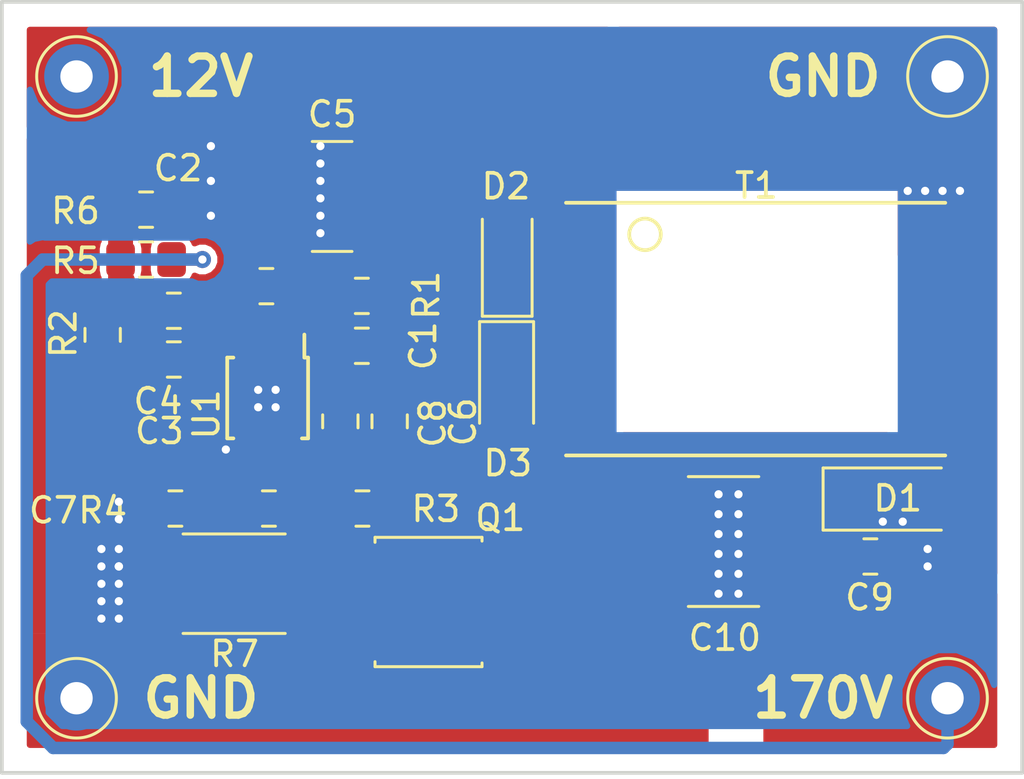
<source format=kicad_pcb>
(kicad_pcb (version 20171130) (host pcbnew "(5.0.2)-1")

  (general
    (thickness 1.6)
    (drawings 8)
    (tracks 118)
    (zones 0)
    (modules 27)
    (nets 20)
  )

  (page A4)
  (layers
    (0 F.Cu signal)
    (31 B.Cu signal)
    (32 B.Adhes user)
    (33 F.Adhes user)
    (34 B.Paste user)
    (35 F.Paste user)
    (36 B.SilkS user)
    (37 F.SilkS user)
    (38 B.Mask user)
    (39 F.Mask user)
    (40 Dwgs.User user)
    (41 Cmts.User user)
    (42 Eco1.User user)
    (43 Eco2.User user)
    (44 Edge.Cuts user)
    (45 Margin user)
    (46 B.CrtYd user)
    (47 F.CrtYd user)
    (48 B.Fab user)
    (49 F.Fab user hide)
  )

  (setup
    (last_trace_width 0.3)
    (user_trace_width 0.2)
    (user_trace_width 0.25)
    (user_trace_width 0.3)
    (user_trace_width 0.5)
    (user_trace_width 1)
    (trace_clearance 0.1524)
    (zone_clearance 0)
    (zone_45_only no)
    (trace_min 0.1524)
    (segment_width 0.2)
    (edge_width 0.15)
    (via_size 0.6858)
    (via_drill 0.3302)
    (via_min_size 0.508)
    (via_min_drill 0.254)
    (uvia_size 0.6858)
    (uvia_drill 0.3302)
    (uvias_allowed no)
    (uvia_min_size 0.2)
    (uvia_min_drill 0.1)
    (pcb_text_width 0.3)
    (pcb_text_size 1.5 1.5)
    (mod_edge_width 0.15)
    (mod_text_size 1 1)
    (mod_text_width 0.15)
    (pad_size 2.6 2.6)
    (pad_drill 1.3)
    (pad_to_mask_clearance 0.051)
    (solder_mask_min_width 0.25)
    (aux_axis_origin 0 0)
    (visible_elements 7FFFFFFF)
    (pcbplotparams
      (layerselection 0x010fc_ffffffff)
      (usegerberextensions false)
      (usegerberattributes false)
      (usegerberadvancedattributes false)
      (creategerberjobfile false)
      (excludeedgelayer true)
      (linewidth 0.100000)
      (plotframeref false)
      (viasonmask false)
      (mode 1)
      (useauxorigin false)
      (hpglpennumber 1)
      (hpglpenspeed 20)
      (hpglpendiameter 15.000000)
      (psnegative false)
      (psa4output false)
      (plotreference true)
      (plotvalue true)
      (plotinvisibletext false)
      (padsonsilk false)
      (subtractmaskfromsilk false)
      (outputformat 1)
      (mirror false)
      (drillshape 1)
      (scaleselection 1)
      (outputdirectory ""))
  )

  (net 0 "")
  (net 1 GND)
  (net 2 "Net-(C1-Pad1)")
  (net 3 "Net-(C2-Pad1)")
  (net 4 "Net-(C3-Pad2)")
  (net 5 "Net-(C3-Pad1)")
  (net 6 "Net-(C4-Pad1)")
  (net 7 VDD)
  (net 8 "Net-(C6-Pad1)")
  (net 9 "Net-(C7-Pad1)")
  (net 10 +170V)
  (net 11 "Net-(D2-Pad1)")
  (net 12 "Net-(D3-Pad2)")
  (net 13 "Net-(Q1-Pad4)")
  (net 14 "Net-(R3-Pad2)")
  (net 15 "Net-(T1-Pad6)")
  (net 16 "Net-(T1-Pad7)")
  (net 17 /HVDIS)
  (net 18 "Net-(Q1-Pad1)")
  (net 19 "Net-(D1-Pad2)")

  (net_class Default "This is the default net class."
    (clearance 0.1524)
    (trace_width 0.1524)
    (via_dia 0.6858)
    (via_drill 0.3302)
    (uvia_dia 0.6858)
    (uvia_drill 0.3302)
    (diff_pair_gap 0.1524)
    (diff_pair_width 0.1524)
    (add_net +170V)
    (add_net /HVDIS)
    (add_net GND)
    (add_net "Net-(C1-Pad1)")
    (add_net "Net-(C2-Pad1)")
    (add_net "Net-(C3-Pad1)")
    (add_net "Net-(C3-Pad2)")
    (add_net "Net-(C4-Pad1)")
    (add_net "Net-(C6-Pad1)")
    (add_net "Net-(C7-Pad1)")
    (add_net "Net-(D1-Pad2)")
    (add_net "Net-(D2-Pad1)")
    (add_net "Net-(D3-Pad2)")
    (add_net "Net-(Q1-Pad1)")
    (add_net "Net-(Q1-Pad4)")
    (add_net "Net-(R3-Pad2)")
    (add_net "Net-(T1-Pad6)")
    (add_net "Net-(T1-Pad7)")
    (add_net VDD)
  )

  (module Capacitor_SMD:C_0805_2012Metric_Pad1.15x1.40mm_HandSolder (layer F.Cu) (tedit 5B36C52B) (tstamp 5C6137D8)
    (at 28.91 36.38)
    (descr "Capacitor SMD 0805 (2012 Metric), square (rectangular) end terminal, IPC_7351 nominal with elongated pad for handsoldering. (Body size source: https://docs.google.com/spreadsheets/d/1BsfQQcO9C6DZCsRaXUlFlo91Tg2WpOkGARC1WS5S8t0/edit?usp=sharing), generated with kicad-footprint-generator")
    (tags "capacitor handsolder")
    (path /5C56051A)
    (attr smd)
    (fp_text reference C3 (at -0.58 2.88) (layer F.SilkS)
      (effects (font (size 1 1) (thickness 0.15)))
    )
    (fp_text value 5.5nF (at 0 1.65) (layer F.Fab)
      (effects (font (size 1 1) (thickness 0.15)))
    )
    (fp_text user %R (at 0 0) (layer F.Fab)
      (effects (font (size 0.5 0.5) (thickness 0.08)))
    )
    (fp_line (start 1.85 0.95) (end -1.85 0.95) (layer F.CrtYd) (width 0.05))
    (fp_line (start 1.85 -0.95) (end 1.85 0.95) (layer F.CrtYd) (width 0.05))
    (fp_line (start -1.85 -0.95) (end 1.85 -0.95) (layer F.CrtYd) (width 0.05))
    (fp_line (start -1.85 0.95) (end -1.85 -0.95) (layer F.CrtYd) (width 0.05))
    (fp_line (start -0.261252 0.71) (end 0.261252 0.71) (layer F.SilkS) (width 0.12))
    (fp_line (start -0.261252 -0.71) (end 0.261252 -0.71) (layer F.SilkS) (width 0.12))
    (fp_line (start 1 0.6) (end -1 0.6) (layer F.Fab) (width 0.1))
    (fp_line (start 1 -0.6) (end 1 0.6) (layer F.Fab) (width 0.1))
    (fp_line (start -1 -0.6) (end 1 -0.6) (layer F.Fab) (width 0.1))
    (fp_line (start -1 0.6) (end -1 -0.6) (layer F.Fab) (width 0.1))
    (pad 2 smd roundrect (at 1.025 0) (size 1.15 1.4) (layers F.Cu F.Paste F.Mask) (roundrect_rratio 0.217391)
      (net 4 "Net-(C3-Pad2)"))
    (pad 1 smd roundrect (at -1.025 0) (size 1.15 1.4) (layers F.Cu F.Paste F.Mask) (roundrect_rratio 0.217391)
      (net 5 "Net-(C3-Pad1)"))
    (model ${KISYS3DMOD}/Capacitor_SMD.3dshapes/C_0805_2012Metric.wrl
      (at (xyz 0 0 0))
      (scale (xyz 1 1 1))
      (rotate (xyz 0 0 0))
    )
  )

  (module custom-parts:R_GMR_100 (layer F.Cu) (tedit 5C58F715) (tstamp 5C6D93E9)
    (at 31.334 45.3948 180)
    (descr "Resistor SMD 2512 (6332 Metric), square (rectangular) end terminal, IPC_7351 nominal with elongated pad for handsoldering. (Body size source: http://www.tortai-tech.com/upload/download/2011102023233369053.pdf), generated with kicad-footprint-generator")
    (tags "resistor handsolder")
    (path /5C560590)
    (attr smd)
    (fp_text reference R7 (at -0.016 -2.8252 180) (layer F.SilkS)
      (effects (font (size 1 1) (thickness 0.15)))
    )
    (fp_text value 0.015 (at 0 3.25 180) (layer F.Fab)
      (effects (font (size 1 1) (thickness 0.15)))
    )
    (fp_text user %R (at 0 0 180) (layer F.Fab)
      (effects (font (size 1 1) (thickness 0.15)))
    )
    (fp_line (start 4.25 2) (end -4.25 2) (layer F.CrtYd) (width 0.05))
    (fp_line (start 4.25 -2) (end 4.25 2) (layer F.CrtYd) (width 0.05))
    (fp_line (start -4.25 -2) (end 4.25 -2) (layer F.CrtYd) (width 0.05))
    (fp_line (start -4.25 2) (end -4.25 -2) (layer F.CrtYd) (width 0.05))
    (fp_line (start -2.052064 2) (end 2.052064 2) (layer F.SilkS) (width 0.12))
    (fp_line (start -2.052064 -2) (end 2.052064 -2) (layer F.SilkS) (width 0.12))
    (fp_line (start 3.15 1.75) (end -3.15 1.75) (layer F.Fab) (width 0.1))
    (fp_line (start 3.15 -1.6) (end 3.15 1.6) (layer F.Fab) (width 0.1))
    (fp_line (start -3.15 -1.75) (end 3.15 -1.75) (layer F.Fab) (width 0.1))
    (fp_line (start -3.15 1.6) (end -3.15 -1.6) (layer F.Fab) (width 0.1))
    (pad 2 smd roundrect (at 2.2 0 180) (size 3.8 3.6) (layers F.Cu F.Paste F.Mask) (roundrect_rratio 0.164)
      (net 1 GND))
    (pad 1 smd roundrect (at -2.2 0 180) (size 3.8 3.6) (layers F.Cu F.Paste F.Mask) (roundrect_rratio 0.164)
      (net 18 "Net-(Q1-Pad1)"))
    (model ${KISYS3DMOD}/Resistor_SMD.3dshapes/R_2512_6332Metric.wrl
      (at (xyz 0 0 0))
      (scale (xyz 1 1 1))
      (rotate (xyz 0 0 0))
    )
  )

  (module Package_TO_SOT_SMD:LFPAK56 (layer F.Cu) (tedit 5AE897F6) (tstamp 5C6138F1)
    (at 39.3096 46.1314)
    (descr "LFPAK56 https://assets.nexperia.com/documents/outline-drawing/SOT669.pdf")
    (tags "LFPAK56 SOT-669 Power-SO8")
    (path /5C56049E)
    (solder_mask_margin 0.07)
    (solder_paste_margin -0.05)
    (attr smd)
    (fp_text reference Q1 (at 2.7204 -3.3814) (layer F.SilkS)
      (effects (font (size 1 1) (thickness 0.15)))
    )
    (fp_text value PSMN014-80YL (at -0.245 3.52) (layer F.Fab)
      (effects (font (size 1 1) (thickness 0.15)))
    )
    (fp_line (start -3.67 2.75) (end -3.67 -2.75) (layer F.CrtYd) (width 0.05))
    (fp_line (start -3.67 2.75) (end 3.67 2.75) (layer F.CrtYd) (width 0.05))
    (fp_line (start 3.67 -2.75) (end -3.67 -2.75) (layer F.CrtYd) (width 0.05))
    (fp_line (start 3.67 -2.75) (end 3.67 2.75) (layer F.CrtYd) (width 0.05))
    (fp_line (start 1.885 2.5) (end 1.885 -2.5) (layer F.Fab) (width 0.1))
    (fp_line (start -2.215 2.5) (end 1.885 2.5) (layer F.Fab) (width 0.1))
    (fp_line (start -2.215 -2.5) (end -2.215 2.5) (layer F.Fab) (width 0.1))
    (fp_line (start 1.885 -2.5) (end -2.215 -2.5) (layer F.Fab) (width 0.1))
    (fp_line (start 3.185 -2.2) (end 1.885 -2.2) (layer F.Fab) (width 0.1))
    (fp_line (start 3.185 2.2) (end 1.885 2.2) (layer F.Fab) (width 0.1))
    (fp_line (start 3.185 -2.2) (end 3.185 2.2) (layer F.Fab) (width 0.1))
    (fp_line (start -3.215 -1.65) (end -2.215 -1.65) (layer F.Fab) (width 0.1))
    (fp_line (start -3.215 -2.15) (end -2.215 -2.15) (layer F.Fab) (width 0.1))
    (fp_line (start -3.215 -2.15) (end -3.215 -1.65) (layer F.Fab) (width 0.1))
    (fp_line (start -3.215 -0.4) (end -2.215 -0.4) (layer F.Fab) (width 0.1))
    (fp_line (start -3.215 -0.85) (end -3.215 -0.4) (layer F.Fab) (width 0.1))
    (fp_line (start -2.215 -0.85) (end -3.215 -0.85) (layer F.Fab) (width 0.1))
    (fp_line (start -3.215 0.85) (end -2.215 0.85) (layer F.Fab) (width 0.1))
    (fp_line (start -3.215 0.4) (end -3.215 0.85) (layer F.Fab) (width 0.1))
    (fp_line (start -2.215 0.4) (end -3.215 0.4) (layer F.Fab) (width 0.1))
    (fp_line (start -3.215 2.15) (end -2.215 2.15) (layer F.Fab) (width 0.1))
    (fp_line (start -3.215 1.7) (end -3.215 2.15) (layer F.Fab) (width 0.1))
    (fp_line (start -2.215 1.7) (end -3.215 1.7) (layer F.Fab) (width 0.1))
    (fp_line (start -2.315 -2.6) (end -2.315 -2.4) (layer F.SilkS) (width 0.12))
    (fp_line (start 1.985 -2.6) (end -2.315 -2.6) (layer F.SilkS) (width 0.12))
    (fp_line (start 1.985 -2.45) (end 1.985 -2.6) (layer F.SilkS) (width 0.12))
    (fp_line (start 1.985 2.6) (end 1.985 2.45) (layer F.SilkS) (width 0.12))
    (fp_line (start -2.315 2.6) (end 1.985 2.6) (layer F.SilkS) (width 0.12))
    (fp_line (start -2.315 2.4) (end -2.315 2.6) (layer F.SilkS) (width 0.12))
    (fp_text user %R (at 0 0 90) (layer F.Fab)
      (effects (font (size 1 1) (thickness 0.15)))
    )
    (pad "" smd rect (at 0.185 0) (size 0.6 0.9) (layers F.Paste))
    (pad "" smd rect (at 2.885 0.6 270) (size 0.6 0.9) (layers F.Paste))
    (pad 4 smd rect (at -2.835 1.91 270) (size 0.7 1.15) (layers F.Cu F.Paste F.Mask)
      (net 13 "Net-(Q1-Pad4)") (solder_mask_margin 0.07) (solder_paste_margin -0.05))
    (pad 5 smd rect (at 0.435 0 270) (size 4.2 3.3) (layers F.Cu F.Mask)
      (net 12 "Net-(D3-Pad2)") (solder_mask_margin 0.07))
    (pad 5 smd rect (at 2.635 0 270) (size 4.7 1.55) (layers F.Cu F.Mask)
      (net 12 "Net-(D3-Pad2)") (solder_mask_margin 0.07))
    (pad 3 smd rect (at -2.835 0.64 270) (size 0.7 1.15) (layers F.Cu F.Paste F.Mask)
      (net 18 "Net-(Q1-Pad1)") (solder_mask_margin 0.07) (solder_paste_margin -0.05))
    (pad 1 smd rect (at -2.835 -1.91 270) (size 0.7 1.15) (layers F.Cu F.Paste F.Mask)
      (net 18 "Net-(Q1-Pad1)") (solder_mask_margin 0.07) (solder_paste_margin -0.05))
    (pad 2 smd rect (at -2.835 -0.64 270) (size 0.7 1.15) (layers F.Cu F.Paste F.Mask)
      (net 18 "Net-(Q1-Pad1)") (solder_mask_margin 0.07) (solder_paste_margin -0.05))
    (pad "" smd rect (at 2.885 -0.6 270) (size 0.6 0.9) (layers F.Paste))
    (pad "" smd rect (at 2.885 1.88 270) (size 0.6 0.9) (layers F.Paste))
    (pad "" smd rect (at 2.885 -1.88 270) (size 0.6 0.9) (layers F.Paste))
    (pad "" smd rect (at -0.665 0) (size 0.6 0.9) (layers F.Paste))
    (pad "" smd rect (at 1.035 0) (size 0.6 0.9) (layers F.Paste))
    (pad "" smd rect (at 1.035 1.15) (size 0.6 0.9) (layers F.Paste))
    (pad "" smd rect (at -0.665 1.15) (size 0.6 0.9) (layers F.Paste))
    (pad "" smd rect (at 0.185 1.15) (size 0.6 0.9) (layers F.Paste))
    (pad "" smd rect (at 1.035 -1.15) (size 0.6 0.9) (layers F.Paste))
    (pad "" smd rect (at -0.665 -1.15) (size 0.6 0.9) (layers F.Paste))
    (pad "" smd rect (at 0.185 -1.15) (size 0.6 0.9) (layers F.Paste))
    (model ${KISYS3DMOD}/Package_TO_SOT_SMD.3dshapes/LFPAK56.wrl
      (at (xyz 0 0 0))
      (scale (xyz 1 1 1))
      (rotate (xyz 0 0 0))
    )
  )

  (module custom-parts:NA6252-AL (layer F.Cu) (tedit 5C58F973) (tstamp 5C613966)
    (at 52.289 35.1586)
    (path /5C56048B)
    (fp_text reference T1 (at 0.031 -5.7686) (layer F.SilkS)
      (effects (font (size 1 1) (thickness 0.15)))
    )
    (fp_text value NA5920-AL (at 0 0) (layer F.Fab)
      (effects (font (size 1 1) (thickness 0.15)))
    )
    (fp_line (start -7.62 -5.08) (end 7.62 -5.08) (layer F.SilkS) (width 0.15))
    (fp_line (start -7.62 5.08) (end 7.62 5.08) (layer F.SilkS) (width 0.15))
    (fp_circle (center -4.445 -3.81) (end -3.81 -3.81) (layer F.SilkS) (width 0.15))
    (fp_line (start -8.75 -5.5) (end 8.75 -5.5) (layer F.CrtYd) (width 0.05))
    (fp_line (start 8.75 -5.5) (end 8.75 5.5) (layer F.CrtYd) (width 0.05))
    (fp_line (start 8.75 5.5) (end -8.75 5.5) (layer F.CrtYd) (width 0.05))
    (fp_line (start -8.75 5.5) (end -8.75 -5.5) (layer F.CrtYd) (width 0.05))
    (pad 1 smd rect (at -7.11 -3.75) (size 2.54 1.5) (layers F.Cu F.Paste F.Mask)
      (net 7 VDD))
    (pad 2 smd rect (at -7.11 -1.25) (size 2.54 1.5) (layers F.Cu F.Paste F.Mask)
      (net 7 VDD))
    (pad 3 smd rect (at -7.11 1.25) (size 2.54 1.5) (layers F.Cu F.Paste F.Mask)
      (net 12 "Net-(D3-Pad2)"))
    (pad 4 smd rect (at -7.11 3.75) (size 2.54 1.5) (layers F.Cu F.Paste F.Mask)
      (net 12 "Net-(D3-Pad2)"))
    (pad 5 smd rect (at 7.11 3.75) (size 2.54 1.5) (layers F.Cu F.Paste F.Mask)
      (net 19 "Net-(D1-Pad2)"))
    (pad 6 smd rect (at 7.11 1.25) (size 2.54 1.5) (layers F.Cu F.Paste F.Mask)
      (net 15 "Net-(T1-Pad6)"))
    (pad 7 smd rect (at 7.11 -1.25) (size 2.54 1.5) (layers F.Cu F.Paste F.Mask)
      (net 16 "Net-(T1-Pad7)"))
    (pad 8 smd rect (at 7.11 -3.75) (size 2.54 1.5) (layers F.Cu F.Paste F.Mask)
      (net 1 GND))
  )

  (module Capacitor_SMD:C_0805_2012Metric_Pad1.15x1.40mm_HandSolder (layer F.Cu) (tedit 5B36C52B) (tstamp 5C6137B6)
    (at 36.465177 35.828558)
    (descr "Capacitor SMD 0805 (2012 Metric), square (rectangular) end terminal, IPC_7351 nominal with elongated pad for handsoldering. (Body size source: https://docs.google.com/spreadsheets/d/1BsfQQcO9C6DZCsRaXUlFlo91Tg2WpOkGARC1WS5S8t0/edit?usp=sharing), generated with kicad-footprint-generator")
    (tags "capacitor handsolder")
    (path /5C5604D3)
    (attr smd)
    (fp_text reference C1 (at 2.4638 0 -270) (layer F.SilkS)
      (effects (font (size 1 1) (thickness 0.15)))
    )
    (fp_text value 470pF (at 0 1.65) (layer F.Fab)
      (effects (font (size 1 1) (thickness 0.15)))
    )
    (fp_text user %R (at 0 0) (layer F.Fab)
      (effects (font (size 0.5 0.5) (thickness 0.08)))
    )
    (fp_line (start 1.85 0.95) (end -1.85 0.95) (layer F.CrtYd) (width 0.05))
    (fp_line (start 1.85 -0.95) (end 1.85 0.95) (layer F.CrtYd) (width 0.05))
    (fp_line (start -1.85 -0.95) (end 1.85 -0.95) (layer F.CrtYd) (width 0.05))
    (fp_line (start -1.85 0.95) (end -1.85 -0.95) (layer F.CrtYd) (width 0.05))
    (fp_line (start -0.261252 0.71) (end 0.261252 0.71) (layer F.SilkS) (width 0.12))
    (fp_line (start -0.261252 -0.71) (end 0.261252 -0.71) (layer F.SilkS) (width 0.12))
    (fp_line (start 1 0.6) (end -1 0.6) (layer F.Fab) (width 0.1))
    (fp_line (start 1 -0.6) (end 1 0.6) (layer F.Fab) (width 0.1))
    (fp_line (start -1 -0.6) (end 1 -0.6) (layer F.Fab) (width 0.1))
    (fp_line (start -1 0.6) (end -1 -0.6) (layer F.Fab) (width 0.1))
    (pad 2 smd roundrect (at 1.025 0) (size 1.15 1.4) (layers F.Cu F.Paste F.Mask) (roundrect_rratio 0.217391)
      (net 1 GND))
    (pad 1 smd roundrect (at -1.025 0) (size 1.15 1.4) (layers F.Cu F.Paste F.Mask) (roundrect_rratio 0.217391)
      (net 2 "Net-(C1-Pad1)"))
    (model ${KISYS3DMOD}/Capacitor_SMD.3dshapes/C_0805_2012Metric.wrl
      (at (xyz 0 0 0))
      (scale (xyz 1 1 1))
      (rotate (xyz 0 0 0))
    )
  )

  (module Capacitor_SMD:C_0805_2012Metric_Pad1.15x1.40mm_HandSolder (layer F.Cu) (tedit 5B36C52B) (tstamp 5C6137C7)
    (at 32.6294 33.4314 180)
    (descr "Capacitor SMD 0805 (2012 Metric), square (rectangular) end terminal, IPC_7351 nominal with elongated pad for handsoldering. (Body size source: https://docs.google.com/spreadsheets/d/1BsfQQcO9C6DZCsRaXUlFlo91Tg2WpOkGARC1WS5S8t0/edit?usp=sharing), generated with kicad-footprint-generator")
    (tags "capacitor handsolder")
    (path /5C5604CC)
    (attr smd)
    (fp_text reference C2 (at 3.5494 4.7414) (layer F.SilkS)
      (effects (font (size 1 1) (thickness 0.15)))
    )
    (fp_text value 200nF (at 0 1.65 180) (layer F.Fab)
      (effects (font (size 1 1) (thickness 0.15)))
    )
    (fp_text user %R (at 0 0 180) (layer F.Fab)
      (effects (font (size 0.5 0.5) (thickness 0.08)))
    )
    (fp_line (start 1.85 0.95) (end -1.85 0.95) (layer F.CrtYd) (width 0.05))
    (fp_line (start 1.85 -0.95) (end 1.85 0.95) (layer F.CrtYd) (width 0.05))
    (fp_line (start -1.85 -0.95) (end 1.85 -0.95) (layer F.CrtYd) (width 0.05))
    (fp_line (start -1.85 0.95) (end -1.85 -0.95) (layer F.CrtYd) (width 0.05))
    (fp_line (start -0.261252 0.71) (end 0.261252 0.71) (layer F.SilkS) (width 0.12))
    (fp_line (start -0.261252 -0.71) (end 0.261252 -0.71) (layer F.SilkS) (width 0.12))
    (fp_line (start 1 0.6) (end -1 0.6) (layer F.Fab) (width 0.1))
    (fp_line (start 1 -0.6) (end 1 0.6) (layer F.Fab) (width 0.1))
    (fp_line (start -1 -0.6) (end 1 -0.6) (layer F.Fab) (width 0.1))
    (fp_line (start -1 0.6) (end -1 -0.6) (layer F.Fab) (width 0.1))
    (pad 2 smd roundrect (at 1.025 0 180) (size 1.15 1.4) (layers F.Cu F.Paste F.Mask) (roundrect_rratio 0.217391)
      (net 1 GND))
    (pad 1 smd roundrect (at -1.025 0 180) (size 1.15 1.4) (layers F.Cu F.Paste F.Mask) (roundrect_rratio 0.217391)
      (net 3 "Net-(C2-Pad1)"))
    (model ${KISYS3DMOD}/Capacitor_SMD.3dshapes/C_0805_2012Metric.wrl
      (at (xyz 0 0 0))
      (scale (xyz 1 1 1))
      (rotate (xyz 0 0 0))
    )
  )

  (module Capacitor_SMD:C_0805_2012Metric_Pad1.15x1.40mm_HandSolder (layer F.Cu) (tedit 5B36C52B) (tstamp 5C6137E9)
    (at 28.91 34.42)
    (descr "Capacitor SMD 0805 (2012 Metric), square (rectangular) end terminal, IPC_7351 nominal with elongated pad for handsoldering. (Body size source: https://docs.google.com/spreadsheets/d/1BsfQQcO9C6DZCsRaXUlFlo91Tg2WpOkGARC1WS5S8t0/edit?usp=sharing), generated with kicad-footprint-generator")
    (tags "capacitor handsolder")
    (path /5C560521)
    (attr smd)
    (fp_text reference C4 (at -0.64 3.64) (layer F.SilkS)
      (effects (font (size 1 1) (thickness 0.15)))
    )
    (fp_text value 7.4pF (at 0 1.65) (layer F.Fab)
      (effects (font (size 1 1) (thickness 0.15)))
    )
    (fp_text user %R (at 0 0) (layer F.Fab)
      (effects (font (size 0.5 0.5) (thickness 0.08)))
    )
    (fp_line (start 1.85 0.95) (end -1.85 0.95) (layer F.CrtYd) (width 0.05))
    (fp_line (start 1.85 -0.95) (end 1.85 0.95) (layer F.CrtYd) (width 0.05))
    (fp_line (start -1.85 -0.95) (end 1.85 -0.95) (layer F.CrtYd) (width 0.05))
    (fp_line (start -1.85 0.95) (end -1.85 -0.95) (layer F.CrtYd) (width 0.05))
    (fp_line (start -0.261252 0.71) (end 0.261252 0.71) (layer F.SilkS) (width 0.12))
    (fp_line (start -0.261252 -0.71) (end 0.261252 -0.71) (layer F.SilkS) (width 0.12))
    (fp_line (start 1 0.6) (end -1 0.6) (layer F.Fab) (width 0.1))
    (fp_line (start 1 -0.6) (end 1 0.6) (layer F.Fab) (width 0.1))
    (fp_line (start -1 -0.6) (end 1 -0.6) (layer F.Fab) (width 0.1))
    (fp_line (start -1 0.6) (end -1 -0.6) (layer F.Fab) (width 0.1))
    (pad 2 smd roundrect (at 1.025 0) (size 1.15 1.4) (layers F.Cu F.Paste F.Mask) (roundrect_rratio 0.217391)
      (net 4 "Net-(C3-Pad2)"))
    (pad 1 smd roundrect (at -1.025 0) (size 1.15 1.4) (layers F.Cu F.Paste F.Mask) (roundrect_rratio 0.217391)
      (net 6 "Net-(C4-Pad1)"))
    (model ${KISYS3DMOD}/Capacitor_SMD.3dshapes/C_0805_2012Metric.wrl
      (at (xyz 0 0 0))
      (scale (xyz 1 1 1))
      (rotate (xyz 0 0 0))
    )
  )

  (module Capacitor_SMD:C_2816_7142Metric_Pad3.20x4.45mm_HandSolder (layer F.Cu) (tedit 5B341556) (tstamp 5C6137FA)
    (at 35.271 29.8246 180)
    (descr "Capacitor SMD 2816 (7142 Metric), square (rectangular) end terminal, IPC_7351 nominal with elongated pad for handsoldering. (Body size from: https://www.vishay.com/docs/30100/wsl.pdf), generated with kicad-footprint-generator")
    (tags "capacitor handsolder")
    (path /5C56053F)
    (attr smd)
    (fp_text reference C5 (at 0 3.302) (layer F.SilkS)
      (effects (font (size 1 1) (thickness 0.15)))
    )
    (fp_text value "220uF 25mOhm" (at 0 3.18 180) (layer F.Fab)
      (effects (font (size 1 1) (thickness 0.15)))
    )
    (fp_text user %R (at 0 0 180) (layer F.Fab)
      (effects (font (size 1 1) (thickness 0.15)))
    )
    (fp_line (start 4.45 2.48) (end -4.45 2.48) (layer F.CrtYd) (width 0.05))
    (fp_line (start 4.45 -2.48) (end 4.45 2.48) (layer F.CrtYd) (width 0.05))
    (fp_line (start -4.45 -2.48) (end 4.45 -2.48) (layer F.CrtYd) (width 0.05))
    (fp_line (start -4.45 2.48) (end -4.45 -2.48) (layer F.CrtYd) (width 0.05))
    (fp_line (start -0.797369 2.21) (end 0.797369 2.21) (layer F.SilkS) (width 0.12))
    (fp_line (start -0.797369 -2.21) (end 0.797369 -2.21) (layer F.SilkS) (width 0.12))
    (fp_line (start 3.55 2.1) (end -3.55 2.1) (layer F.Fab) (width 0.1))
    (fp_line (start 3.55 -2.1) (end 3.55 2.1) (layer F.Fab) (width 0.1))
    (fp_line (start -3.55 -2.1) (end 3.55 -2.1) (layer F.Fab) (width 0.1))
    (fp_line (start -3.55 2.1) (end -3.55 -2.1) (layer F.Fab) (width 0.1))
    (pad 2 smd roundrect (at 2.6 0 180) (size 3.2 4.45) (layers F.Cu F.Paste F.Mask) (roundrect_rratio 0.078125)
      (net 1 GND))
    (pad 1 smd roundrect (at -2.6 0 180) (size 3.2 4.45) (layers F.Cu F.Paste F.Mask) (roundrect_rratio 0.078125)
      (net 7 VDD))
    (model ${KISYS3DMOD}/Capacitor_SMD.3dshapes/C_2816_7142Metric.wrl
      (at (xyz 0 0 0))
      (scale (xyz 1 1 1))
      (rotate (xyz 0 0 0))
    )
  )

  (module Capacitor_SMD:C_0805_2012Metric_Pad1.15x1.40mm_HandSolder (layer F.Cu) (tedit 5B36C52B) (tstamp 5C61380B)
    (at 37.5824 38.867 90)
    (descr "Capacitor SMD 0805 (2012 Metric), square (rectangular) end terminal, IPC_7351 nominal with elongated pad for handsoldering. (Body size source: https://docs.google.com/spreadsheets/d/1BsfQQcO9C6DZCsRaXUlFlo91Tg2WpOkGARC1WS5S8t0/edit?usp=sharing), generated with kicad-footprint-generator")
    (tags "capacitor handsolder")
    (path /5C5604AF)
    (attr smd)
    (fp_text reference C6 (at -0.023 2.9464 90) (layer F.SilkS)
      (effects (font (size 1 1) (thickness 0.15)))
    )
    (fp_text value 1uF (at 0 1.65 90) (layer F.Fab)
      (effects (font (size 1 1) (thickness 0.15)))
    )
    (fp_text user %R (at 0 0 90) (layer F.Fab)
      (effects (font (size 0.5 0.5) (thickness 0.08)))
    )
    (fp_line (start 1.85 0.95) (end -1.85 0.95) (layer F.CrtYd) (width 0.05))
    (fp_line (start 1.85 -0.95) (end 1.85 0.95) (layer F.CrtYd) (width 0.05))
    (fp_line (start -1.85 -0.95) (end 1.85 -0.95) (layer F.CrtYd) (width 0.05))
    (fp_line (start -1.85 0.95) (end -1.85 -0.95) (layer F.CrtYd) (width 0.05))
    (fp_line (start -0.261252 0.71) (end 0.261252 0.71) (layer F.SilkS) (width 0.12))
    (fp_line (start -0.261252 -0.71) (end 0.261252 -0.71) (layer F.SilkS) (width 0.12))
    (fp_line (start 1 0.6) (end -1 0.6) (layer F.Fab) (width 0.1))
    (fp_line (start 1 -0.6) (end 1 0.6) (layer F.Fab) (width 0.1))
    (fp_line (start -1 -0.6) (end 1 -0.6) (layer F.Fab) (width 0.1))
    (fp_line (start -1 0.6) (end -1 -0.6) (layer F.Fab) (width 0.1))
    (pad 2 smd roundrect (at 1.025 0 90) (size 1.15 1.4) (layers F.Cu F.Paste F.Mask) (roundrect_rratio 0.217391)
      (net 1 GND))
    (pad 1 smd roundrect (at -1.025 0 90) (size 1.15 1.4) (layers F.Cu F.Paste F.Mask) (roundrect_rratio 0.217391)
      (net 8 "Net-(C6-Pad1)"))
    (model ${KISYS3DMOD}/Capacitor_SMD.3dshapes/C_0805_2012Metric.wrl
      (at (xyz 0 0 0))
      (scale (xyz 1 1 1))
      (rotate (xyz 0 0 0))
    )
  )

  (module Capacitor_SMD:C_0805_2012Metric_Pad1.15x1.40mm_HandSolder (layer F.Cu) (tedit 5B36C52B) (tstamp 5C614672)
    (at 28.9718 42.3722 180)
    (descr "Capacitor SMD 0805 (2012 Metric), square (rectangular) end terminal, IPC_7351 nominal with elongated pad for handsoldering. (Body size source: https://docs.google.com/spreadsheets/d/1BsfQQcO9C6DZCsRaXUlFlo91Tg2WpOkGARC1WS5S8t0/edit?usp=sharing), generated with kicad-footprint-generator")
    (tags "capacitor handsolder")
    (path /5C5605A9)
    (attr smd)
    (fp_text reference C7 (at 4.9022 -0.0762 180) (layer F.SilkS)
      (effects (font (size 1 1) (thickness 0.15)))
    )
    (fp_text value 230pF (at 0 1.65 180) (layer F.Fab)
      (effects (font (size 1 1) (thickness 0.15)))
    )
    (fp_text user %R (at 0 0 180) (layer F.Fab)
      (effects (font (size 0.5 0.5) (thickness 0.08)))
    )
    (fp_line (start 1.85 0.95) (end -1.85 0.95) (layer F.CrtYd) (width 0.05))
    (fp_line (start 1.85 -0.95) (end 1.85 0.95) (layer F.CrtYd) (width 0.05))
    (fp_line (start -1.85 -0.95) (end 1.85 -0.95) (layer F.CrtYd) (width 0.05))
    (fp_line (start -1.85 0.95) (end -1.85 -0.95) (layer F.CrtYd) (width 0.05))
    (fp_line (start -0.261252 0.71) (end 0.261252 0.71) (layer F.SilkS) (width 0.12))
    (fp_line (start -0.261252 -0.71) (end 0.261252 -0.71) (layer F.SilkS) (width 0.12))
    (fp_line (start 1 0.6) (end -1 0.6) (layer F.Fab) (width 0.1))
    (fp_line (start 1 -0.6) (end 1 0.6) (layer F.Fab) (width 0.1))
    (fp_line (start -1 -0.6) (end 1 -0.6) (layer F.Fab) (width 0.1))
    (fp_line (start -1 0.6) (end -1 -0.6) (layer F.Fab) (width 0.1))
    (pad 2 smd roundrect (at 1.025 0 180) (size 1.15 1.4) (layers F.Cu F.Paste F.Mask) (roundrect_rratio 0.217391)
      (net 1 GND))
    (pad 1 smd roundrect (at -1.025 0 180) (size 1.15 1.4) (layers F.Cu F.Paste F.Mask) (roundrect_rratio 0.217391)
      (net 9 "Net-(C7-Pad1)"))
    (model ${KISYS3DMOD}/Capacitor_SMD.3dshapes/C_0805_2012Metric.wrl
      (at (xyz 0 0 0))
      (scale (xyz 1 1 1))
      (rotate (xyz 0 0 0))
    )
  )

  (module Capacitor_SMD:C_0805_2012Metric_Pad1.15x1.40mm_HandSolder (layer F.Cu) (tedit 5B36C52B) (tstamp 5C61382D)
    (at 35.6012 38.867 90)
    (descr "Capacitor SMD 0805 (2012 Metric), square (rectangular) end terminal, IPC_7351 nominal with elongated pad for handsoldering. (Body size source: https://docs.google.com/spreadsheets/d/1BsfQQcO9C6DZCsRaXUlFlo91Tg2WpOkGARC1WS5S8t0/edit?usp=sharing), generated with kicad-footprint-generator")
    (tags "capacitor handsolder")
    (path /5C560546)
    (attr smd)
    (fp_text reference C8 (at -0.0762 3.7084 90) (layer F.SilkS)
      (effects (font (size 1 1) (thickness 0.15)))
    )
    (fp_text value 1uF (at 0 1.65 90) (layer F.Fab)
      (effects (font (size 1 1) (thickness 0.15)))
    )
    (fp_text user %R (at 0 0 90) (layer F.Fab)
      (effects (font (size 0.5 0.5) (thickness 0.08)))
    )
    (fp_line (start 1.85 0.95) (end -1.85 0.95) (layer F.CrtYd) (width 0.05))
    (fp_line (start 1.85 -0.95) (end 1.85 0.95) (layer F.CrtYd) (width 0.05))
    (fp_line (start -1.85 -0.95) (end 1.85 -0.95) (layer F.CrtYd) (width 0.05))
    (fp_line (start -1.85 0.95) (end -1.85 -0.95) (layer F.CrtYd) (width 0.05))
    (fp_line (start -0.261252 0.71) (end 0.261252 0.71) (layer F.SilkS) (width 0.12))
    (fp_line (start -0.261252 -0.71) (end 0.261252 -0.71) (layer F.SilkS) (width 0.12))
    (fp_line (start 1 0.6) (end -1 0.6) (layer F.Fab) (width 0.1))
    (fp_line (start 1 -0.6) (end 1 0.6) (layer F.Fab) (width 0.1))
    (fp_line (start -1 -0.6) (end 1 -0.6) (layer F.Fab) (width 0.1))
    (fp_line (start -1 0.6) (end -1 -0.6) (layer F.Fab) (width 0.1))
    (pad 2 smd roundrect (at 1.025 0 90) (size 1.15 1.4) (layers F.Cu F.Paste F.Mask) (roundrect_rratio 0.217391)
      (net 1 GND))
    (pad 1 smd roundrect (at -1.025 0 90) (size 1.15 1.4) (layers F.Cu F.Paste F.Mask) (roundrect_rratio 0.217391)
      (net 7 VDD))
    (model ${KISYS3DMOD}/Capacitor_SMD.3dshapes/C_0805_2012Metric.wrl
      (at (xyz 0 0 0))
      (scale (xyz 1 1 1))
      (rotate (xyz 0 0 0))
    )
  )

  (module Capacitor_SMD:C_0805_2012Metric_Pad1.15x1.40mm_HandSolder (layer F.Cu) (tedit 5B36C52B) (tstamp 5C61383E)
    (at 56.9 44.3 180)
    (descr "Capacitor SMD 0805 (2012 Metric), square (rectangular) end terminal, IPC_7351 nominal with elongated pad for handsoldering. (Body size source: https://docs.google.com/spreadsheets/d/1BsfQQcO9C6DZCsRaXUlFlo91Tg2WpOkGARC1WS5S8t0/edit?usp=sharing), generated with kicad-footprint-generator")
    (tags "capacitor handsolder")
    (path /5C5604BE)
    (attr smd)
    (fp_text reference C9 (at 0.03 -1.65) (layer F.SilkS)
      (effects (font (size 1 1) (thickness 0.15)))
    )
    (fp_text value "100pF 250V" (at 0 1.65 180) (layer F.Fab)
      (effects (font (size 1 1) (thickness 0.15)))
    )
    (fp_text user %R (at 0 0 180) (layer F.Fab)
      (effects (font (size 0.5 0.5) (thickness 0.08)))
    )
    (fp_line (start 1.85 0.95) (end -1.85 0.95) (layer F.CrtYd) (width 0.05))
    (fp_line (start 1.85 -0.95) (end 1.85 0.95) (layer F.CrtYd) (width 0.05))
    (fp_line (start -1.85 -0.95) (end 1.85 -0.95) (layer F.CrtYd) (width 0.05))
    (fp_line (start -1.85 0.95) (end -1.85 -0.95) (layer F.CrtYd) (width 0.05))
    (fp_line (start -0.261252 0.71) (end 0.261252 0.71) (layer F.SilkS) (width 0.12))
    (fp_line (start -0.261252 -0.71) (end 0.261252 -0.71) (layer F.SilkS) (width 0.12))
    (fp_line (start 1 0.6) (end -1 0.6) (layer F.Fab) (width 0.1))
    (fp_line (start 1 -0.6) (end 1 0.6) (layer F.Fab) (width 0.1))
    (fp_line (start -1 -0.6) (end 1 -0.6) (layer F.Fab) (width 0.1))
    (fp_line (start -1 0.6) (end -1 -0.6) (layer F.Fab) (width 0.1))
    (pad 2 smd roundrect (at 1.025 0 180) (size 1.15 1.4) (layers F.Cu F.Paste F.Mask) (roundrect_rratio 0.217391)
      (net 10 +170V))
    (pad 1 smd roundrect (at -1.025 0 180) (size 1.15 1.4) (layers F.Cu F.Paste F.Mask) (roundrect_rratio 0.217391)
      (net 1 GND))
    (model ${KISYS3DMOD}/Capacitor_SMD.3dshapes/C_0805_2012Metric.wrl
      (at (xyz 0 0 0))
      (scale (xyz 1 1 1))
      (rotate (xyz 0 0 0))
    )
  )

  (module Capacitor_SMD:C_2220_5650Metric_Pad1.97x5.40mm_HandSolder (layer F.Cu) (tedit 5B301BBE) (tstamp 5C61384F)
    (at 51 43.7)
    (descr "Capacitor SMD 2220 (5650 Metric), square (rectangular) end terminal, IPC_7351 nominal with elongated pad for handsoldering. (Body size from: http://datasheets.avx.com/AVX-HV_MLCC.pdf), generated with kicad-footprint-generator")
    (tags "capacitor handsolder")
    (path /5C5604C5)
    (attr smd)
    (fp_text reference C10 (at 0.05 3.87 -180) (layer F.SilkS)
      (effects (font (size 1 1) (thickness 0.15)))
    )
    (fp_text value "2uF 250V 67mOhm" (at 0 3.65) (layer F.Fab)
      (effects (font (size 1 1) (thickness 0.15)))
    )
    (fp_text user %R (at 0 0) (layer F.Fab)
      (effects (font (size 1 1) (thickness 0.15)))
    )
    (fp_line (start 3.88 2.95) (end -3.88 2.95) (layer F.CrtYd) (width 0.05))
    (fp_line (start 3.88 -2.95) (end 3.88 2.95) (layer F.CrtYd) (width 0.05))
    (fp_line (start -3.88 -2.95) (end 3.88 -2.95) (layer F.CrtYd) (width 0.05))
    (fp_line (start -3.88 2.95) (end -3.88 -2.95) (layer F.CrtYd) (width 0.05))
    (fp_line (start -1.415748 2.61) (end 1.415748 2.61) (layer F.SilkS) (width 0.12))
    (fp_line (start -1.415748 -2.61) (end 1.415748 -2.61) (layer F.SilkS) (width 0.12))
    (fp_line (start 2.85 2.5) (end -2.85 2.5) (layer F.Fab) (width 0.1))
    (fp_line (start 2.85 -2.5) (end 2.85 2.5) (layer F.Fab) (width 0.1))
    (fp_line (start -2.85 -2.5) (end 2.85 -2.5) (layer F.Fab) (width 0.1))
    (fp_line (start -2.85 2.5) (end -2.85 -2.5) (layer F.Fab) (width 0.1))
    (pad 2 smd roundrect (at 2.6375 0) (size 1.975 5.4) (layers F.Cu F.Paste F.Mask) (roundrect_rratio 0.126582)
      (net 10 +170V))
    (pad 1 smd roundrect (at -2.6375 0) (size 1.975 5.4) (layers F.Cu F.Paste F.Mask) (roundrect_rratio 0.126582)
      (net 1 GND))
    (model ${KISYS3DMOD}/Capacitor_SMD.3dshapes/C_2220_5650Metric.wrl
      (at (xyz 0 0 0))
      (scale (xyz 1 1 1))
      (rotate (xyz 0 0 0))
    )
  )

  (module custom-parts:D_SOD-123 (layer F.Cu) (tedit 5C3C2AEA) (tstamp 5C613868)
    (at 58 41.9912)
    (descr SOD-123)
    (tags SOD-123)
    (path /5C5604B6)
    (attr smd)
    (fp_text reference D1 (at 0 -0.0254) (layer F.SilkS)
      (effects (font (size 1 1) (thickness 0.15)))
    )
    (fp_text value RFN2LAM6STFTR (at 0 2.1) (layer F.Fab)
      (effects (font (size 1 1) (thickness 0.15)))
    )
    (fp_text user %R (at 0 -2) (layer F.Fab)
      (effects (font (size 1 1) (thickness 0.15)))
    )
    (fp_line (start -3 -1.25) (end -3 1.25) (layer F.SilkS) (width 0.12))
    (fp_line (start 0.25 0) (end 0.75 0) (layer F.Fab) (width 0.1))
    (fp_line (start 0.25 0.4) (end -0.35 0) (layer F.Fab) (width 0.1))
    (fp_line (start 0.25 -0.4) (end 0.25 0.4) (layer F.Fab) (width 0.1))
    (fp_line (start -0.35 0) (end 0.25 -0.4) (layer F.Fab) (width 0.1))
    (fp_line (start -0.35 0) (end -0.35 0.55) (layer F.Fab) (width 0.1))
    (fp_line (start -0.35 0) (end -0.35 -0.55) (layer F.Fab) (width 0.1))
    (fp_line (start -0.75 0) (end -0.35 0) (layer F.Fab) (width 0.1))
    (fp_line (start -1.4 0.9) (end -1.4 -0.9) (layer F.Fab) (width 0.1))
    (fp_line (start 1.4 0.9) (end -1.4 0.9) (layer F.Fab) (width 0.1))
    (fp_line (start 1.4 -0.9) (end 1.4 0.9) (layer F.Fab) (width 0.1))
    (fp_line (start -1.4 -0.9) (end 1.4 -0.9) (layer F.Fab) (width 0.1))
    (fp_line (start -3 -1.25) (end 3 -1.25) (layer F.CrtYd) (width 0.05))
    (fp_line (start 3 -1.25) (end 3 1.25) (layer F.CrtYd) (width 0.05))
    (fp_line (start 3 1.25) (end -3 1.25) (layer F.CrtYd) (width 0.05))
    (fp_line (start -3 -1.25) (end -3 1.25) (layer F.CrtYd) (width 0.05))
    (fp_line (start -3 1.25) (end 1.75 1.25) (layer F.SilkS) (width 0.12))
    (fp_line (start -3 -1.25) (end 1.75 -1.25) (layer F.SilkS) (width 0.12))
    (pad 1 smd rect (at -2.2 0) (size 1.4 2) (layers F.Cu F.Paste F.Mask)
      (net 10 +170V))
    (pad 2 smd rect (at 2.2 0) (size 1.4 2) (layers F.Cu F.Paste F.Mask)
      (net 19 "Net-(D1-Pad2)"))
    (model ${KISYS3DMOD}/Diode_SMD.3dshapes/D_SOD-123.wrl
      (at (xyz 0 0 0))
      (scale (xyz 1 1 1))
      (rotate (xyz 0 0 0))
    )
  )

  (module Diode_SMD:D_SOD-123 (layer F.Cu) (tedit 58645DC7) (tstamp 5C613881)
    (at 42.3068 32.39 90)
    (descr SOD-123)
    (tags SOD-123)
    (path /5C3DE9DF)
    (attr smd)
    (fp_text reference D2 (at 2.9718 -0.0508) (layer F.SilkS)
      (effects (font (size 1 1) (thickness 0.15)))
    )
    (fp_text value D_Zener (at 0 2.1 90) (layer F.Fab)
      (effects (font (size 1 1) (thickness 0.15)))
    )
    (fp_line (start -2.25 -1) (end 1.65 -1) (layer F.SilkS) (width 0.12))
    (fp_line (start -2.25 1) (end 1.65 1) (layer F.SilkS) (width 0.12))
    (fp_line (start -2.35 -1.15) (end -2.35 1.15) (layer F.CrtYd) (width 0.05))
    (fp_line (start 2.35 1.15) (end -2.35 1.15) (layer F.CrtYd) (width 0.05))
    (fp_line (start 2.35 -1.15) (end 2.35 1.15) (layer F.CrtYd) (width 0.05))
    (fp_line (start -2.35 -1.15) (end 2.35 -1.15) (layer F.CrtYd) (width 0.05))
    (fp_line (start -1.4 -0.9) (end 1.4 -0.9) (layer F.Fab) (width 0.1))
    (fp_line (start 1.4 -0.9) (end 1.4 0.9) (layer F.Fab) (width 0.1))
    (fp_line (start 1.4 0.9) (end -1.4 0.9) (layer F.Fab) (width 0.1))
    (fp_line (start -1.4 0.9) (end -1.4 -0.9) (layer F.Fab) (width 0.1))
    (fp_line (start -0.75 0) (end -0.35 0) (layer F.Fab) (width 0.1))
    (fp_line (start -0.35 0) (end -0.35 -0.55) (layer F.Fab) (width 0.1))
    (fp_line (start -0.35 0) (end -0.35 0.55) (layer F.Fab) (width 0.1))
    (fp_line (start -0.35 0) (end 0.25 -0.4) (layer F.Fab) (width 0.1))
    (fp_line (start 0.25 -0.4) (end 0.25 0.4) (layer F.Fab) (width 0.1))
    (fp_line (start 0.25 0.4) (end -0.35 0) (layer F.Fab) (width 0.1))
    (fp_line (start 0.25 0) (end 0.75 0) (layer F.Fab) (width 0.1))
    (fp_line (start -2.25 -1) (end -2.25 1) (layer F.SilkS) (width 0.12))
    (fp_text user %R (at 0 -2 90) (layer F.Fab)
      (effects (font (size 1 1) (thickness 0.15)))
    )
    (pad 2 smd rect (at 1.65 0 90) (size 0.9 1.2) (layers F.Cu F.Paste F.Mask)
      (net 7 VDD))
    (pad 1 smd rect (at -1.65 0 90) (size 0.9 1.2) (layers F.Cu F.Paste F.Mask)
      (net 11 "Net-(D2-Pad1)"))
    (model ${KISYS3DMOD}/Diode_SMD.3dshapes/D_SOD-123.wrl
      (at (xyz 0 0 0))
      (scale (xyz 1 1 1))
      (rotate (xyz 0 0 0))
    )
  )

  (module Diode_SMD:D_1206_3216Metric_Castellated (layer F.Cu) (tedit 5B301BBE) (tstamp 5C613894)
    (at 42.2814 37.343 270)
    (descr "Diode SMD 1206 (3216 Metric), castellated end terminal, IPC_7351 nominal, (Body size source: http://www.tortai-tech.com/upload/download/2011102023233369053.pdf), generated with kicad-footprint-generator")
    (tags "diode castellated")
    (path /5C3DEA6A)
    (attr smd)
    (fp_text reference D3 (at 3.207 -0.0486) (layer F.SilkS)
      (effects (font (size 1 1) (thickness 0.15)))
    )
    (fp_text value D_Schottky (at 0 1.78 270) (layer F.Fab)
      (effects (font (size 1 1) (thickness 0.15)))
    )
    (fp_text user %R (at 0 0 270) (layer F.Fab)
      (effects (font (size 0.8 0.8) (thickness 0.12)))
    )
    (fp_line (start 2.48 1.08) (end -2.48 1.08) (layer F.CrtYd) (width 0.05))
    (fp_line (start 2.48 -1.08) (end 2.48 1.08) (layer F.CrtYd) (width 0.05))
    (fp_line (start -2.48 -1.08) (end 2.48 -1.08) (layer F.CrtYd) (width 0.05))
    (fp_line (start -2.48 1.08) (end -2.48 -1.08) (layer F.CrtYd) (width 0.05))
    (fp_line (start -2.485 1.085) (end 1.6 1.085) (layer F.SilkS) (width 0.12))
    (fp_line (start -2.485 -1.085) (end -2.485 1.085) (layer F.SilkS) (width 0.12))
    (fp_line (start 1.6 -1.085) (end -2.485 -1.085) (layer F.SilkS) (width 0.12))
    (fp_line (start 1.6 0.8) (end 1.6 -0.8) (layer F.Fab) (width 0.1))
    (fp_line (start -1.6 0.8) (end 1.6 0.8) (layer F.Fab) (width 0.1))
    (fp_line (start -1.6 -0.4) (end -1.6 0.8) (layer F.Fab) (width 0.1))
    (fp_line (start -1.2 -0.8) (end -1.6 -0.4) (layer F.Fab) (width 0.1))
    (fp_line (start 1.6 -0.8) (end -1.2 -0.8) (layer F.Fab) (width 0.1))
    (pad 2 smd roundrect (at 1.425 0 270) (size 1.6 1.65) (layers F.Cu F.Paste F.Mask) (roundrect_rratio 0.15625)
      (net 12 "Net-(D3-Pad2)"))
    (pad 1 smd roundrect (at -1.425 0 270) (size 1.6 1.65) (layers F.Cu F.Paste F.Mask) (roundrect_rratio 0.15625)
      (net 11 "Net-(D2-Pad1)"))
    (model ${KISYS3DMOD}/Diode_SMD.3dshapes/D_1206_3216Metric_Castellated.wrl
      (at (xyz 0 0 0))
      (scale (xyz 1 1 1))
      (rotate (xyz 0 0 0))
    )
  )

  (module Connector_Pin:Pin_D1.3mm_L11.0mm (layer F.Cu) (tedit 5C590D56) (tstamp 5C61389E)
    (at 25 25)
    (descr "solder Pin_ diameter 1.3mm, hole diameter 1.3mm, length 11.0mm")
    (tags "solder Pin_ pressfit")
    (path /5C3C5173)
    (fp_text reference J1 (at 9.14 -0.25) (layer F.SilkS) hide
      (effects (font (size 1 1) (thickness 0.15)))
    )
    (fp_text value Conn_01x01 (at 0 -2.05) (layer F.Fab)
      (effects (font (size 1 1) (thickness 0.15)))
    )
    (fp_circle (center 0 0) (end 1.6 0.05) (layer F.SilkS) (width 0.12))
    (fp_circle (center 0 0) (end 1.25 -0.05) (layer F.Fab) (width 0.12))
    (fp_circle (center 0 0) (end 0.65 -0.05) (layer F.Fab) (width 0.12))
    (fp_circle (center 0 0) (end 1.8 0) (layer F.CrtYd) (width 0.05))
    (fp_text user %R (at 0 2.4) (layer F.Fab)
      (effects (font (size 1 1) (thickness 0.15)))
    )
    (pad 1 thru_hole circle (at 0 0) (size 2.6 2.6) (drill 1.3) (layers *.Cu *.Mask)
      (net 7 VDD))
    (model ${KISYS3DMOD}/Connector_Pin.3dshapes/Pin_D1.3mm_L11.0mm.wrl
      (at (xyz 0 0 0))
      (scale (xyz 1 1 1))
      (rotate (xyz 0 0 0))
    )
  )

  (module Connector_Pin:Pin_D1.3mm_L11.0mm (layer F.Cu) (tedit 5C590D62) (tstamp 5C6138A8)
    (at 60 50)
    (descr "solder Pin_ diameter 1.3mm, hole diameter 1.3mm, length 11.0mm")
    (tags "solder Pin_ pressfit")
    (path /5C3C989E)
    (fp_text reference J2 (at -1.03 -2.77) (layer F.SilkS) hide
      (effects (font (size 1 1) (thickness 0.15)))
    )
    (fp_text value Conn_01x01 (at 0 -2.05) (layer F.Fab)
      (effects (font (size 1 1) (thickness 0.15)))
    )
    (fp_circle (center 0 0) (end 1.6 0.05) (layer F.SilkS) (width 0.12))
    (fp_circle (center 0 0) (end 1.25 -0.05) (layer F.Fab) (width 0.12))
    (fp_circle (center 0 0) (end 0.65 -0.05) (layer F.Fab) (width 0.12))
    (fp_circle (center 0 0) (end 1.8 0) (layer F.CrtYd) (width 0.05))
    (fp_text user %R (at 0 2.4) (layer F.Fab)
      (effects (font (size 1 1) (thickness 0.15)))
    )
    (pad 1 thru_hole circle (at 0 0) (size 2.6 2.6) (drill 1.3) (layers *.Cu *.Mask)
      (net 10 +170V))
    (model ${KISYS3DMOD}/Connector_Pin.3dshapes/Pin_D1.3mm_L11.0mm.wrl
      (at (xyz 0 0 0))
      (scale (xyz 1 1 1))
      (rotate (xyz 0 0 0))
    )
  )

  (module Connector_Pin:Pin_D1.3mm_L11.0mm (layer F.Cu) (tedit 5C590D5C) (tstamp 5C6138B2)
    (at 60 25)
    (descr "solder Pin_ diameter 1.3mm, hole diameter 1.3mm, length 11.0mm")
    (tags "solder Pin_ pressfit")
    (path /5C3C52B4)
    (fp_text reference J3 (at -11.55 0.47) (layer F.SilkS) hide
      (effects (font (size 1 1) (thickness 0.15)))
    )
    (fp_text value Conn_01x01 (at 0 -2.05) (layer F.Fab)
      (effects (font (size 1 1) (thickness 0.15)))
    )
    (fp_circle (center 0 0) (end 1.6 0.05) (layer F.SilkS) (width 0.12))
    (fp_circle (center 0 0) (end 1.25 -0.05) (layer F.Fab) (width 0.12))
    (fp_circle (center 0 0) (end 0.65 -0.05) (layer F.Fab) (width 0.12))
    (fp_circle (center 0 0) (end 1.8 0) (layer F.CrtYd) (width 0.05))
    (fp_text user %R (at 0 2.4) (layer F.Fab)
      (effects (font (size 1 1) (thickness 0.15)))
    )
    (pad 1 thru_hole circle (at 0 0) (size 2.6 2.6) (drill 1.3) (layers *.Cu *.Mask)
      (net 1 GND))
    (model ${KISYS3DMOD}/Connector_Pin.3dshapes/Pin_D1.3mm_L11.0mm.wrl
      (at (xyz 0 0 0))
      (scale (xyz 1 1 1))
      (rotate (xyz 0 0 0))
    )
  )

  (module Connector_Pin:Pin_D1.3mm_L11.0mm (layer F.Cu) (tedit 5C590D4E) (tstamp 5C6138BC)
    (at 25 50)
    (descr "solder Pin_ diameter 1.3mm, hole diameter 1.3mm, length 11.0mm")
    (tags "solder Pin_ pressfit")
    (path /5C3EF2B4)
    (fp_text reference J4 (at 8.56 -0.55) (layer F.SilkS) hide
      (effects (font (size 1 1) (thickness 0.15)))
    )
    (fp_text value Conn_01x01 (at 0 -2.05) (layer F.Fab)
      (effects (font (size 1 1) (thickness 0.15)))
    )
    (fp_circle (center 0 0) (end 1.6 0.05) (layer F.SilkS) (width 0.12))
    (fp_circle (center 0 0) (end 1.25 -0.05) (layer F.Fab) (width 0.12))
    (fp_circle (center 0 0) (end 0.65 -0.05) (layer F.Fab) (width 0.12))
    (fp_circle (center 0 0) (end 1.8 0) (layer F.CrtYd) (width 0.05))
    (fp_text user %R (at 0 2.4) (layer F.Fab)
      (effects (font (size 1 1) (thickness 0.15)))
    )
    (pad 1 thru_hole circle (at 0 0) (size 2.6 2.6) (drill 1.3) (layers *.Cu *.Mask)
      (net 1 GND))
    (model ${KISYS3DMOD}/Connector_Pin.3dshapes/Pin_D1.3mm_L11.0mm.wrl
      (at (xyz 0 0 0))
      (scale (xyz 1 1 1))
      (rotate (xyz 0 0 0))
    )
  )

  (module Resistor_SMD:R_0805_2012Metric_Pad1.15x1.40mm_HandSolder (layer F.Cu) (tedit 5B36C52B) (tstamp 5C613902)
    (at 36.465177 33.821958 180)
    (descr "Resistor SMD 0805 (2012 Metric), square (rectangular) end terminal, IPC_7351 nominal with elongated pad for handsoldering. (Body size source: https://docs.google.com/spreadsheets/d/1BsfQQcO9C6DZCsRaXUlFlo91Tg2WpOkGARC1WS5S8t0/edit?usp=sharing), generated with kicad-footprint-generator")
    (tags "resistor handsolder")
    (path /5C560534)
    (attr smd)
    (fp_text reference R1 (at -2.5908 0.0254 270) (layer F.SilkS)
      (effects (font (size 1 1) (thickness 0.15)))
    )
    (fp_text value 400k (at 0 1.65 180) (layer F.Fab)
      (effects (font (size 1 1) (thickness 0.15)))
    )
    (fp_text user %R (at 0 0 180) (layer F.Fab)
      (effects (font (size 0.5 0.5) (thickness 0.08)))
    )
    (fp_line (start 1.85 0.95) (end -1.85 0.95) (layer F.CrtYd) (width 0.05))
    (fp_line (start 1.85 -0.95) (end 1.85 0.95) (layer F.CrtYd) (width 0.05))
    (fp_line (start -1.85 -0.95) (end 1.85 -0.95) (layer F.CrtYd) (width 0.05))
    (fp_line (start -1.85 0.95) (end -1.85 -0.95) (layer F.CrtYd) (width 0.05))
    (fp_line (start -0.261252 0.71) (end 0.261252 0.71) (layer F.SilkS) (width 0.12))
    (fp_line (start -0.261252 -0.71) (end 0.261252 -0.71) (layer F.SilkS) (width 0.12))
    (fp_line (start 1 0.6) (end -1 0.6) (layer F.Fab) (width 0.1))
    (fp_line (start 1 -0.6) (end 1 0.6) (layer F.Fab) (width 0.1))
    (fp_line (start -1 -0.6) (end 1 -0.6) (layer F.Fab) (width 0.1))
    (fp_line (start -1 0.6) (end -1 -0.6) (layer F.Fab) (width 0.1))
    (pad 2 smd roundrect (at 1.025 0 180) (size 1.15 1.4) (layers F.Cu F.Paste F.Mask) (roundrect_rratio 0.217391)
      (net 2 "Net-(C1-Pad1)"))
    (pad 1 smd roundrect (at -1.025 0 180) (size 1.15 1.4) (layers F.Cu F.Paste F.Mask) (roundrect_rratio 0.217391)
      (net 7 VDD))
    (model ${KISYS3DMOD}/Resistor_SMD.3dshapes/R_0805_2012Metric.wrl
      (at (xyz 0 0 0))
      (scale (xyz 1 1 1))
      (rotate (xyz 0 0 0))
    )
  )

  (module Resistor_SMD:R_0805_2012Metric_Pad1.15x1.40mm_HandSolder (layer F.Cu) (tedit 5B36C52B) (tstamp 5C613913)
    (at 26.05 35.39 270)
    (descr "Resistor SMD 0805 (2012 Metric), square (rectangular) end terminal, IPC_7351 nominal with elongated pad for handsoldering. (Body size source: https://docs.google.com/spreadsheets/d/1BsfQQcO9C6DZCsRaXUlFlo91Tg2WpOkGARC1WS5S8t0/edit?usp=sharing), generated with kicad-footprint-generator")
    (tags "resistor handsolder")
    (path /5C560528)
    (attr smd)
    (fp_text reference R2 (at -0.0508 1.5748 270) (layer F.SilkS)
      (effects (font (size 1 1) (thickness 0.15)))
    )
    (fp_text value 28k (at 0 1.65 270) (layer F.Fab)
      (effects (font (size 1 1) (thickness 0.15)))
    )
    (fp_text user %R (at 0 0 270) (layer F.Fab)
      (effects (font (size 0.5 0.5) (thickness 0.08)))
    )
    (fp_line (start 1.85 0.95) (end -1.85 0.95) (layer F.CrtYd) (width 0.05))
    (fp_line (start 1.85 -0.95) (end 1.85 0.95) (layer F.CrtYd) (width 0.05))
    (fp_line (start -1.85 -0.95) (end 1.85 -0.95) (layer F.CrtYd) (width 0.05))
    (fp_line (start -1.85 0.95) (end -1.85 -0.95) (layer F.CrtYd) (width 0.05))
    (fp_line (start -0.261252 0.71) (end 0.261252 0.71) (layer F.SilkS) (width 0.12))
    (fp_line (start -0.261252 -0.71) (end 0.261252 -0.71) (layer F.SilkS) (width 0.12))
    (fp_line (start 1 0.6) (end -1 0.6) (layer F.Fab) (width 0.1))
    (fp_line (start 1 -0.6) (end 1 0.6) (layer F.Fab) (width 0.1))
    (fp_line (start -1 -0.6) (end 1 -0.6) (layer F.Fab) (width 0.1))
    (fp_line (start -1 0.6) (end -1 -0.6) (layer F.Fab) (width 0.1))
    (pad 2 smd roundrect (at 1.025 0 270) (size 1.15 1.4) (layers F.Cu F.Paste F.Mask) (roundrect_rratio 0.217391)
      (net 5 "Net-(C3-Pad1)"))
    (pad 1 smd roundrect (at -1.025 0 270) (size 1.15 1.4) (layers F.Cu F.Paste F.Mask) (roundrect_rratio 0.217391)
      (net 6 "Net-(C4-Pad1)"))
    (model ${KISYS3DMOD}/Resistor_SMD.3dshapes/R_0805_2012Metric.wrl
      (at (xyz 0 0 0))
      (scale (xyz 1 1 1))
      (rotate (xyz 0 0 0))
    )
  )

  (module Resistor_SMD:R_0805_2012Metric_Pad1.15x1.40mm_HandSolder (layer F.Cu) (tedit 5B36C52B) (tstamp 5C613924)
    (at 36.4902 42.3722 180)
    (descr "Resistor SMD 0805 (2012 Metric), square (rectangular) end terminal, IPC_7351 nominal with elongated pad for handsoldering. (Body size source: https://docs.google.com/spreadsheets/d/1BsfQQcO9C6DZCsRaXUlFlo91Tg2WpOkGARC1WS5S8t0/edit?usp=sharing), generated with kicad-footprint-generator")
    (tags "resistor handsolder")
    (path /5C5604A8)
    (attr smd)
    (fp_text reference R3 (at -2.9498 -0.0178) (layer F.SilkS)
      (effects (font (size 1 1) (thickness 0.15)))
    )
    (fp_text value 0 (at 0 1.65 180) (layer F.Fab)
      (effects (font (size 1 1) (thickness 0.15)))
    )
    (fp_text user %R (at 0 0 180) (layer F.Fab)
      (effects (font (size 0.5 0.5) (thickness 0.08)))
    )
    (fp_line (start 1.85 0.95) (end -1.85 0.95) (layer F.CrtYd) (width 0.05))
    (fp_line (start 1.85 -0.95) (end 1.85 0.95) (layer F.CrtYd) (width 0.05))
    (fp_line (start -1.85 -0.95) (end 1.85 -0.95) (layer F.CrtYd) (width 0.05))
    (fp_line (start -1.85 0.95) (end -1.85 -0.95) (layer F.CrtYd) (width 0.05))
    (fp_line (start -0.261252 0.71) (end 0.261252 0.71) (layer F.SilkS) (width 0.12))
    (fp_line (start -0.261252 -0.71) (end 0.261252 -0.71) (layer F.SilkS) (width 0.12))
    (fp_line (start 1 0.6) (end -1 0.6) (layer F.Fab) (width 0.1))
    (fp_line (start 1 -0.6) (end 1 0.6) (layer F.Fab) (width 0.1))
    (fp_line (start -1 -0.6) (end 1 -0.6) (layer F.Fab) (width 0.1))
    (fp_line (start -1 0.6) (end -1 -0.6) (layer F.Fab) (width 0.1))
    (pad 2 smd roundrect (at 1.025 0 180) (size 1.15 1.4) (layers F.Cu F.Paste F.Mask) (roundrect_rratio 0.217391)
      (net 14 "Net-(R3-Pad2)"))
    (pad 1 smd roundrect (at -1.025 0 180) (size 1.15 1.4) (layers F.Cu F.Paste F.Mask) (roundrect_rratio 0.217391)
      (net 13 "Net-(Q1-Pad4)"))
    (model ${KISYS3DMOD}/Resistor_SMD.3dshapes/R_0805_2012Metric.wrl
      (at (xyz 0 0 0))
      (scale (xyz 1 1 1))
      (rotate (xyz 0 0 0))
    )
  )

  (module Resistor_SMD:R_0805_2012Metric_Pad1.15x1.40mm_HandSolder (layer F.Cu) (tedit 5B36C52B) (tstamp 5C613935)
    (at 32.731 42.3722 180)
    (descr "Resistor SMD 0805 (2012 Metric), square (rectangular) end terminal, IPC_7351 nominal with elongated pad for handsoldering. (Body size source: https://docs.google.com/spreadsheets/d/1BsfQQcO9C6DZCsRaXUlFlo91Tg2WpOkGARC1WS5S8t0/edit?usp=sharing), generated with kicad-footprint-generator")
    (tags "resistor handsolder")
    (path /5C56059E)
    (attr smd)
    (fp_text reference R4 (at 6.6802 -0.0762 180) (layer F.SilkS)
      (effects (font (size 1 1) (thickness 0.15)))
    )
    (fp_text value 1k (at 0 1.65 180) (layer F.Fab)
      (effects (font (size 1 1) (thickness 0.15)))
    )
    (fp_text user %R (at 0 0 180) (layer F.Fab)
      (effects (font (size 0.5 0.5) (thickness 0.08)))
    )
    (fp_line (start 1.85 0.95) (end -1.85 0.95) (layer F.CrtYd) (width 0.05))
    (fp_line (start 1.85 -0.95) (end 1.85 0.95) (layer F.CrtYd) (width 0.05))
    (fp_line (start -1.85 -0.95) (end 1.85 -0.95) (layer F.CrtYd) (width 0.05))
    (fp_line (start -1.85 0.95) (end -1.85 -0.95) (layer F.CrtYd) (width 0.05))
    (fp_line (start -0.261252 0.71) (end 0.261252 0.71) (layer F.SilkS) (width 0.12))
    (fp_line (start -0.261252 -0.71) (end 0.261252 -0.71) (layer F.SilkS) (width 0.12))
    (fp_line (start 1 0.6) (end -1 0.6) (layer F.Fab) (width 0.1))
    (fp_line (start 1 -0.6) (end 1 0.6) (layer F.Fab) (width 0.1))
    (fp_line (start -1 -0.6) (end 1 -0.6) (layer F.Fab) (width 0.1))
    (fp_line (start -1 0.6) (end -1 -0.6) (layer F.Fab) (width 0.1))
    (pad 2 smd roundrect (at 1.025 0 180) (size 1.15 1.4) (layers F.Cu F.Paste F.Mask) (roundrect_rratio 0.217391)
      (net 9 "Net-(C7-Pad1)"))
    (pad 1 smd roundrect (at -1.025 0 180) (size 1.15 1.4) (layers F.Cu F.Paste F.Mask) (roundrect_rratio 0.217391)
      (net 18 "Net-(Q1-Pad1)"))
    (model ${KISYS3DMOD}/Resistor_SMD.3dshapes/R_0805_2012Metric.wrl
      (at (xyz 0 0 0))
      (scale (xyz 1 1 1))
      (rotate (xyz 0 0 0))
    )
  )

  (module Resistor_SMD:R_0805_2012Metric_Pad1.15x1.40mm_HandSolder (layer F.Cu) (tedit 5B36C52B) (tstamp 5C613946)
    (at 27.795471 32.360622 180)
    (descr "Resistor SMD 0805 (2012 Metric), square (rectangular) end terminal, IPC_7351 nominal with elongated pad for handsoldering. (Body size source: https://docs.google.com/spreadsheets/d/1BsfQQcO9C6DZCsRaXUlFlo91Tg2WpOkGARC1WS5S8t0/edit?usp=sharing), generated with kicad-footprint-generator")
    (tags "resistor handsolder")
    (path /5C560504)
    (attr smd)
    (fp_text reference R5 (at 2.836871 -0.054778 180) (layer F.SilkS)
      (effects (font (size 1 1) (thickness 0.15)))
    )
    (fp_text value 240k (at 0 1.65 180) (layer F.Fab)
      (effects (font (size 1 1) (thickness 0.15)))
    )
    (fp_text user %R (at 0 0 180) (layer F.Fab)
      (effects (font (size 0.5 0.5) (thickness 0.08)))
    )
    (fp_line (start 1.85 0.95) (end -1.85 0.95) (layer F.CrtYd) (width 0.05))
    (fp_line (start 1.85 -0.95) (end 1.85 0.95) (layer F.CrtYd) (width 0.05))
    (fp_line (start -1.85 -0.95) (end 1.85 -0.95) (layer F.CrtYd) (width 0.05))
    (fp_line (start -1.85 0.95) (end -1.85 -0.95) (layer F.CrtYd) (width 0.05))
    (fp_line (start -0.261252 0.71) (end 0.261252 0.71) (layer F.SilkS) (width 0.12))
    (fp_line (start -0.261252 -0.71) (end 0.261252 -0.71) (layer F.SilkS) (width 0.12))
    (fp_line (start 1 0.6) (end -1 0.6) (layer F.Fab) (width 0.1))
    (fp_line (start 1 -0.6) (end 1 0.6) (layer F.Fab) (width 0.1))
    (fp_line (start -1 -0.6) (end 1 -0.6) (layer F.Fab) (width 0.1))
    (fp_line (start -1 0.6) (end -1 -0.6) (layer F.Fab) (width 0.1))
    (pad 2 smd roundrect (at 1.025 0 180) (size 1.15 1.4) (layers F.Cu F.Paste F.Mask) (roundrect_rratio 0.217391)
      (net 6 "Net-(C4-Pad1)"))
    (pad 1 smd roundrect (at -1.025 0 180) (size 1.15 1.4) (layers F.Cu F.Paste F.Mask) (roundrect_rratio 0.217391)
      (net 10 +170V))
    (model ${KISYS3DMOD}/Resistor_SMD.3dshapes/R_0805_2012Metric.wrl
      (at (xyz 0 0 0))
      (scale (xyz 1 1 1))
      (rotate (xyz 0 0 0))
    )
  )

  (module Resistor_SMD:R_0805_2012Metric_Pad1.15x1.40mm_HandSolder (layer F.Cu) (tedit 5B36C52B) (tstamp 5C613957)
    (at 27.795471 30.354022)
    (descr "Resistor SMD 0805 (2012 Metric), square (rectangular) end terminal, IPC_7351 nominal with elongated pad for handsoldering. (Body size source: https://docs.google.com/spreadsheets/d/1BsfQQcO9C6DZCsRaXUlFlo91Tg2WpOkGARC1WS5S8t0/edit?usp=sharing), generated with kicad-footprint-generator")
    (tags "resistor handsolder")
    (path /5C56050B)
    (attr smd)
    (fp_text reference R6 (at -2.836871 0.054778) (layer F.SilkS)
      (effects (font (size 1 1) (thickness 0.15)))
    )
    (fp_text value 1k (at 0 1.65) (layer F.Fab)
      (effects (font (size 1 1) (thickness 0.15)))
    )
    (fp_text user %R (at 0 0) (layer F.Fab)
      (effects (font (size 0.5 0.5) (thickness 0.08)))
    )
    (fp_line (start 1.85 0.95) (end -1.85 0.95) (layer F.CrtYd) (width 0.05))
    (fp_line (start 1.85 -0.95) (end 1.85 0.95) (layer F.CrtYd) (width 0.05))
    (fp_line (start -1.85 -0.95) (end 1.85 -0.95) (layer F.CrtYd) (width 0.05))
    (fp_line (start -1.85 0.95) (end -1.85 -0.95) (layer F.CrtYd) (width 0.05))
    (fp_line (start -0.261252 0.71) (end 0.261252 0.71) (layer F.SilkS) (width 0.12))
    (fp_line (start -0.261252 -0.71) (end 0.261252 -0.71) (layer F.SilkS) (width 0.12))
    (fp_line (start 1 0.6) (end -1 0.6) (layer F.Fab) (width 0.1))
    (fp_line (start 1 -0.6) (end 1 0.6) (layer F.Fab) (width 0.1))
    (fp_line (start -1 -0.6) (end 1 -0.6) (layer F.Fab) (width 0.1))
    (fp_line (start -1 0.6) (end -1 -0.6) (layer F.Fab) (width 0.1))
    (pad 2 smd roundrect (at 1.025 0) (size 1.15 1.4) (layers F.Cu F.Paste F.Mask) (roundrect_rratio 0.217391)
      (net 1 GND))
    (pad 1 smd roundrect (at -1.025 0) (size 1.15 1.4) (layers F.Cu F.Paste F.Mask) (roundrect_rratio 0.217391)
      (net 6 "Net-(C4-Pad1)"))
    (model ${KISYS3DMOD}/Resistor_SMD.3dshapes/R_0805_2012Metric.wrl
      (at (xyz 0 0 0))
      (scale (xyz 1 1 1))
      (rotate (xyz 0 0 0))
    )
  )

  (module Package_SO:MSOP-10-1EP_3x3mm_P0.5mm_EP1.68x1.88mm (layer F.Cu) (tedit 5A671FAD) (tstamp 5C61398A)
    (at 32.6802 37.9272 270)
    (descr "MSE Package; 10-Lead Plastic MSOP, Exposed Die Pad (see Linear Technology 05081664_I_MSE.pdf)")
    (tags "SSOP 0.5")
    (path /5C56055D)
    (attr smd)
    (fp_text reference U1 (at 0.6628 2.4602 270) (layer F.SilkS)
      (effects (font (size 1 1) (thickness 0.15)))
    )
    (fp_text value TPS40210 (at 0 2.55 270) (layer F.Fab)
      (effects (font (size 1 1) (thickness 0.15)))
    )
    (fp_text user %R (at 0 0 270) (layer F.Fab)
      (effects (font (size 0.6 0.6) (thickness 0.09)))
    )
    (fp_line (start -1.625 -1.475) (end -2.55 -1.475) (layer F.SilkS) (width 0.15))
    (fp_line (start -1.625 1.625) (end 1.625 1.625) (layer F.SilkS) (width 0.15))
    (fp_line (start -1.625 -1.625) (end 1.625 -1.625) (layer F.SilkS) (width 0.15))
    (fp_line (start -1.625 1.625) (end -1.625 1.3775) (layer F.SilkS) (width 0.15))
    (fp_line (start 1.625 1.625) (end 1.625 1.3775) (layer F.SilkS) (width 0.15))
    (fp_line (start 1.625 -1.625) (end 1.625 -1.3775) (layer F.SilkS) (width 0.15))
    (fp_line (start -1.625 -1.625) (end -1.625 -1.475) (layer F.SilkS) (width 0.15))
    (fp_line (start -2.8 1.8) (end 2.8 1.8) (layer F.CrtYd) (width 0.05))
    (fp_line (start -2.8 -1.8) (end 2.8 -1.8) (layer F.CrtYd) (width 0.05))
    (fp_line (start 2.8 -1.8) (end 2.8 1.8) (layer F.CrtYd) (width 0.05))
    (fp_line (start -2.8 -1.8) (end -2.8 1.8) (layer F.CrtYd) (width 0.05))
    (fp_line (start -1.5 -0.5) (end -0.5 -1.5) (layer F.Fab) (width 0.15))
    (fp_line (start -1.5 1.5) (end -1.5 -0.5) (layer F.Fab) (width 0.15))
    (fp_line (start 1.5 1.5) (end -1.5 1.5) (layer F.Fab) (width 0.15))
    (fp_line (start 1.5 -1.5) (end 1.5 1.5) (layer F.Fab) (width 0.15))
    (fp_line (start -0.5 -1.5) (end 1.5 -1.5) (layer F.Fab) (width 0.15))
    (pad "" smd rect (at 0.42 -0.47 270) (size 0.66 0.76) (layers F.Paste))
    (pad "" smd rect (at -0.42 -0.47 270) (size 0.66 0.76) (layers F.Paste))
    (pad "" smd rect (at -0.42 0.47 270) (size 0.66 0.76) (layers F.Paste))
    (pad 11 smd rect (at 0 0 270) (size 1.68 1.88) (layers F.Cu F.Mask)
      (net 1 GND))
    (pad "" smd rect (at 0.42 0.47 270) (size 0.66 0.76) (layers F.Paste))
    (pad 10 smd rect (at 2.105 -1 270) (size 0.89 0.305) (layers F.Cu F.Paste F.Mask)
      (net 7 VDD))
    (pad 9 smd rect (at 2.105 -0.5 270) (size 0.89 0.305) (layers F.Cu F.Paste F.Mask)
      (net 8 "Net-(C6-Pad1)"))
    (pad 8 smd rect (at 2.105 0 270) (size 0.89 0.305) (layers F.Cu F.Paste F.Mask)
      (net 14 "Net-(R3-Pad2)"))
    (pad 7 smd rect (at 2.105 0.5 270) (size 0.89 0.305) (layers F.Cu F.Paste F.Mask)
      (net 9 "Net-(C7-Pad1)"))
    (pad 6 smd rect (at 2.105 1 270) (size 0.89 0.305) (layers F.Cu F.Paste F.Mask)
      (net 1 GND))
    (pad 5 smd rect (at -2.105 1 270) (size 0.89 0.305) (layers F.Cu F.Paste F.Mask)
      (net 6 "Net-(C4-Pad1)"))
    (pad 4 smd rect (at -2.105 0.5 270) (size 0.89 0.305) (layers F.Cu F.Paste F.Mask)
      (net 4 "Net-(C3-Pad2)"))
    (pad 3 smd rect (at -2.105 0 270) (size 0.89 0.305) (layers F.Cu F.Paste F.Mask)
      (net 17 /HVDIS))
    (pad 2 smd rect (at -2.105 -0.5 270) (size 0.89 0.305) (layers F.Cu F.Paste F.Mask)
      (net 3 "Net-(C2-Pad1)"))
    (pad 1 smd rect (at -2.105 -1 270) (size 0.89 0.305) (layers F.Cu F.Paste F.Mask)
      (net 2 "Net-(C1-Pad1)"))
    (model ${KISYS3DMOD}/Package_SO.3dshapes/MSOP-10-1EP_3x3mm_P0.5mm_EP1.68x1.88mm.wrl
      (at (xyz 0 0 0))
      (scale (xyz 1 1 1))
      (rotate (xyz 0 0 0))
    )
  )

  (gr_line (start 63 22) (end 63 53) (layer Edge.Cuts) (width 0.15))
  (gr_line (start 22 22) (end 63 22) (layer Edge.Cuts) (width 0.15))
  (gr_line (start 22 53) (end 22 22) (layer Edge.Cuts) (width 0.15))
  (gr_line (start 63 53) (end 22 53) (layer Edge.Cuts) (width 0.15))
  (gr_text 170V (at 55 50) (layer F.SilkS)
    (effects (font (size 1.5 1.5) (thickness 0.3)))
  )
  (gr_text GND (at 55 25) (layer F.SilkS)
    (effects (font (size 1.5 1.5) (thickness 0.3)))
  )
  (gr_text GND (at 30 50) (layer F.SilkS)
    (effects (font (size 1.5 1.5) (thickness 0.3)))
  )
  (gr_text 12V (at 30 25) (layer F.SilkS)
    (effects (font (size 1.5 1.5) (thickness 0.3)))
  )

  (via (at 32.3 38.3) (size 0.6858) (drill 0.3302) (layers F.Cu B.Cu) (net 1))
  (via (at 33 38.3) (size 0.6858) (drill 0.3302) (layers F.Cu B.Cu) (net 1))
  (via (at 33 37.6) (size 0.6858) (drill 0.3302) (layers F.Cu B.Cu) (net 1))
  (via (at 32.3 37.6) (size 0.6858) (drill 0.3302) (layers F.Cu B.Cu) (net 1))
  (via (at 50.8 41.8) (size 0.6858) (drill 0.3302) (layers F.Cu B.Cu) (net 1))
  (via (at 51.6 41.8) (size 0.6858) (drill 0.3302) (layers F.Cu B.Cu) (net 1) (tstamp 5C595349))
  (via (at 50.8 42.6) (size 0.6858) (drill 0.3302) (layers F.Cu B.Cu) (net 1) (tstamp 5C59534A))
  (via (at 51.6 42.6) (size 0.6858) (drill 0.3302) (layers F.Cu B.Cu) (net 1) (tstamp 5C59534B))
  (via (at 50.8 43.4) (size 0.6858) (drill 0.3302) (layers F.Cu B.Cu) (net 1) (tstamp 5C59534C))
  (via (at 51.6 43.4) (size 0.6858) (drill 0.3302) (layers F.Cu B.Cu) (net 1) (tstamp 5C59534D))
  (via (at 50.8 44.2) (size 0.6858) (drill 0.3302) (layers F.Cu B.Cu) (net 1) (tstamp 5C59534E))
  (via (at 51.6 44.2) (size 0.6858) (drill 0.3302) (layers F.Cu B.Cu) (net 1) (tstamp 5C59534F))
  (via (at 50.8 45) (size 0.6858) (drill 0.3302) (layers F.Cu B.Cu) (net 1) (tstamp 5C595350))
  (via (at 51.6 45) (size 0.6858) (drill 0.3302) (layers F.Cu B.Cu) (net 1) (tstamp 5C595351))
  (via (at 50.8 45.8) (size 0.6858) (drill 0.3302) (layers F.Cu B.Cu) (net 1) (tstamp 5C595352))
  (via (at 51.6 45.8) (size 0.6858) (drill 0.3302) (layers F.Cu B.Cu) (net 1) (tstamp 5C595353))
  (via (at 58.4 29.6) (size 0.6858) (drill 0.3302) (layers F.Cu B.Cu) (net 1))
  (via (at 59.1 29.6) (size 0.6858) (drill 0.3302) (layers F.Cu B.Cu) (net 1))
  (via (at 59.8 29.6) (size 0.6858) (drill 0.3302) (layers F.Cu B.Cu) (net 1))
  (via (at 60.5 29.6) (size 0.6858) (drill 0.3302) (layers F.Cu B.Cu) (net 1))
  (via (at 30.4 27.8) (size 0.6858) (drill 0.3302) (layers F.Cu B.Cu) (net 1))
  (via (at 30.4 29.2) (size 0.6858) (drill 0.3302) (layers F.Cu B.Cu) (net 1))
  (via (at 30.4 30.6) (size 0.6858) (drill 0.3302) (layers F.Cu B.Cu) (net 1))
  (via (at 26.7 44) (size 0.6858) (drill 0.3302) (layers F.Cu B.Cu) (net 1))
  (via (at 26.7 44.7) (size 0.6858) (drill 0.3302) (layers F.Cu B.Cu) (net 1))
  (via (at 26.7 44.7) (size 0.6858) (drill 0.3302) (layers F.Cu B.Cu) (net 1) (tstamp 5C595402))
  (via (at 26.7 44.7) (size 0.6858) (drill 0.3302) (layers F.Cu B.Cu) (net 1))
  (via (at 26.7 45.4) (size 0.6858) (drill 0.3302) (layers F.Cu B.Cu) (net 1))
  (via (at 26.7 46.1) (size 0.6858) (drill 0.3302) (layers F.Cu B.Cu) (net 1))
  (via (at 26.7 46.8) (size 0.6858) (drill 0.3302) (layers F.Cu B.Cu) (net 1))
  (via (at 26 46.8) (size 0.6858) (drill 0.3302) (layers F.Cu B.Cu) (net 1))
  (via (at 26 46.1) (size 0.6858) (drill 0.3302) (layers F.Cu B.Cu) (net 1))
  (via (at 26 45.4) (size 0.6858) (drill 0.3302) (layers F.Cu B.Cu) (net 1))
  (via (at 26 44.7) (size 0.6858) (drill 0.3302) (layers F.Cu B.Cu) (net 1))
  (via (at 26 44) (size 0.6858) (drill 0.3302) (layers F.Cu B.Cu) (net 1))
  (via (at 34.8 27.8) (size 0.6858) (drill 0.3302) (layers F.Cu B.Cu) (net 1))
  (via (at 34.8 28.5) (size 0.6858) (drill 0.3302) (layers F.Cu B.Cu) (net 1))
  (via (at 34.8 29.2) (size 0.6858) (drill 0.3302) (layers F.Cu B.Cu) (net 1))
  (via (at 34.8 29.9) (size 0.6858) (drill 0.3302) (layers F.Cu B.Cu) (net 1))
  (via (at 34.8 30.6) (size 0.6858) (drill 0.3302) (layers F.Cu B.Cu) (net 1))
  (via (at 34.8 31.3) (size 0.6858) (drill 0.3302) (layers F.Cu B.Cu) (net 1))
  (via (at 26.7 42.8) (size 0.6858) (drill 0.3302) (layers F.Cu B.Cu) (net 1))
  (via (at 26.7 42.1) (size 0.6858) (drill 0.3302) (layers F.Cu B.Cu) (net 1))
  (via (at 58.2 42.9) (size 0.6858) (drill 0.3302) (layers F.Cu B.Cu) (net 1))
  (via (at 57.4 42.9) (size 0.6858) (drill 0.3302) (layers F.Cu B.Cu) (net 1))
  (via (at 59.2 44) (size 0.6858) (drill 0.3302) (layers F.Cu B.Cu) (net 1))
  (via (at 59.2 44.7) (size 0.6858) (drill 0.3302) (layers F.Cu B.Cu) (net 1))
  (via (at 31 40) (size 0.6858) (drill 0.3302) (layers F.Cu B.Cu) (net 1))
  (segment (start 31.6802 39.2872) (end 31.62 39.227) (width 0.3) (layer F.Cu) (net 1))
  (segment (start 31.6802 40.0322) (end 31.6802 39.2872) (width 0.3) (layer F.Cu) (net 1))
  (segment (start 35.440177 34.621958) (end 35.44 34.622135) (width 0.5) (layer F.Cu) (net 2))
  (segment (start 35.440177 33.821958) (end 35.440177 34.621958) (width 1) (layer F.Cu) (net 2))
  (segment (start 35.44 34.622135) (end 35.44 35.83) (width 1) (layer F.Cu) (net 2))
  (segment (start 35.44 35.83) (end 33.76 35.83) (width 0.5) (layer F.Cu) (net 2))
  (segment (start 33.18 35.78) (end 33.2 35.8) (width 0.25) (layer F.Cu) (net 3))
  (segment (start 33.18 34.7058) (end 33.18 35.78) (width 0.25) (layer F.Cu) (net 3))
  (segment (start 33.6544 33.4314) (end 33.6544 34.2314) (width 0.25) (layer F.Cu) (net 3))
  (segment (start 33.6544 34.2314) (end 33.18 34.7058) (width 0.25) (layer F.Cu) (net 3))
  (segment (start 29.935 34.42) (end 29.935 34.675) (width 1) (layer F.Cu) (net 4))
  (segment (start 29.935 34.675) (end 29.93 34.68) (width 1) (layer F.Cu) (net 4))
  (segment (start 29.93 34.68) (end 29.93 36.36) (width 1) (layer F.Cu) (net 4))
  (segment (start 32.074621 35.074799) (end 32.18 35.180178) (width 0.3) (layer F.Cu) (net 4))
  (segment (start 29.935 36.38) (end 31.240201 35.074799) (width 0.3) (layer F.Cu) (net 4))
  (segment (start 31.240201 35.074799) (end 32.074621 35.074799) (width 0.3) (layer F.Cu) (net 4))
  (segment (start 32.18 35.180178) (end 32.18 35.82) (width 0.3) (layer F.Cu) (net 4))
  (segment (start 26.85 36.415) (end 26.885 36.38) (width 1) (layer F.Cu) (net 5))
  (segment (start 26.05 36.415) (end 26.85 36.415) (width 1) (layer F.Cu) (net 5))
  (segment (start 26.885 36.38) (end 27.89 36.38) (width 1) (layer F.Cu) (net 5))
  (segment (start 26.770471 30.354022) (end 26.770471 32.370471) (width 1) (layer F.Cu) (net 6))
  (segment (start 26.85 34.365) (end 26.905 34.42) (width 1) (layer F.Cu) (net 6))
  (segment (start 26.05 34.365) (end 26.85 34.365) (width 1) (layer F.Cu) (net 6))
  (segment (start 26.905 34.42) (end 27.89 34.42) (width 1) (layer F.Cu) (net 6))
  (segment (start 26.85 33.240151) (end 26.85 34.365) (width 1) (layer F.Cu) (net 6))
  (segment (start 26.770471 33.160622) (end 26.85 33.240151) (width 1) (layer F.Cu) (net 6))
  (segment (start 26.770471 32.360622) (end 26.770471 33.160622) (width 1) (layer F.Cu) (net 6))
  (segment (start 31.68 36.41) (end 31.68 35.82) (width 0.3) (layer F.Cu) (net 6))
  (segment (start 30.55 37.54) (end 31.68 36.41) (width 0.3) (layer F.Cu) (net 6))
  (segment (start 29.32 37.54) (end 30.55 37.54) (width 0.3) (layer F.Cu) (net 6))
  (segment (start 28.91 37.13) (end 29.32 37.54) (width 0.3) (layer F.Cu) (net 6))
  (segment (start 27.885 34.42) (end 28.91 35.445) (width 0.3) (layer F.Cu) (net 6))
  (segment (start 28.91 35.445) (end 28.91 37.13) (width 0.3) (layer F.Cu) (net 6))
  (segment (start 38.68481 38.43724) (end 38.68481 30.68481) (width 0.5) (layer F.Cu) (net 7))
  (segment (start 38.30264 38.81941) (end 38.68481 38.43724) (width 0.5) (layer F.Cu) (net 7))
  (segment (start 35.99879 38.81941) (end 38.30264 38.81941) (width 0.5) (layer F.Cu) (net 7))
  (segment (start 35.6012 39.892) (end 35.6012 39.217) (width 0.5) (layer F.Cu) (net 7))
  (segment (start 35.6012 39.217) (end 35.99879 38.81941) (width 0.5) (layer F.Cu) (net 7))
  (segment (start 34.8012 39.892) (end 34.6532 40.04) (width 1) (layer F.Cu) (net 7))
  (segment (start 35.6012 39.892) (end 34.8012 39.892) (width 1) (layer F.Cu) (net 7))
  (segment (start 34.6532 40.04) (end 33.985101 40.04) (width 1) (layer F.Cu) (net 7))
  (segment (start 33.27041 40.81741) (end 36.65259 40.81741) (width 0.25) (layer F.Cu) (net 8))
  (segment (start 33.1802 40.0322) (end 33.1802 40.7272) (width 0.25) (layer F.Cu) (net 8))
  (segment (start 33.1802 40.7272) (end 33.27041 40.81741) (width 0.25) (layer F.Cu) (net 8))
  (segment (start 36.65259 40.81741) (end 37.58 39.89) (width 0.25) (layer F.Cu) (net 8))
  (segment (start 31.706 41.5722) (end 32.18 41.0982) (width 0.25) (layer F.Cu) (net 9))
  (segment (start 31.706 42.3722) (end 31.706 41.5722) (width 0.25) (layer F.Cu) (net 9))
  (segment (start 32.18 41.0982) (end 32.18 40.03) (width 0.25) (layer F.Cu) (net 9))
  (segment (start 29.9968 42.3722) (end 31.7078 42.3722) (width 1) (layer F.Cu) (net 9))
  (via (at 30.06 32.36) (size 0.6858) (drill 0.3302) (layers F.Cu B.Cu) (net 10))
  (segment (start 30.06 32.36) (end 28.82 32.36) (width 0.5) (layer F.Cu) (net 10))
  (segment (start 60 51.838477) (end 60 50) (width 0.5) (layer B.Cu) (net 10))
  (segment (start 23.64 32.36) (end 23 33) (width 0.5) (layer B.Cu) (net 10))
  (segment (start 30.06 32.36) (end 23.64 32.36) (width 0.5) (layer B.Cu) (net 10))
  (segment (start 23 33) (end 23 50.94) (width 0.5) (layer B.Cu) (net 10))
  (segment (start 23 50.94) (end 24.06 52) (width 0.5) (layer B.Cu) (net 10))
  (segment (start 24.06 52) (end 59.838477 52) (width 0.5) (layer B.Cu) (net 10))
  (segment (start 59.838477 52) (end 60 51.838477) (width 0.5) (layer B.Cu) (net 10))
  (segment (start 42.3068 35.49) (end 42.31 35.4932) (width 1) (layer F.Cu) (net 11))
  (segment (start 42.3068 34.04) (end 42.3068 35.49) (width 1) (layer F.Cu) (net 11))
  (segment (start 42.31 35.4932) (end 42.31 36.15) (width 1) (layer F.Cu) (net 11))
  (segment (start 37.5152 43.1722) (end 37.66 43.317) (width 0.25) (layer F.Cu) (net 13))
  (segment (start 37.5152 42.3722) (end 37.5152 43.1722) (width 0.25) (layer F.Cu) (net 13))
  (segment (start 37.66 43.317) (end 37.66 47.79) (width 0.25) (layer F.Cu) (net 13))
  (segment (start 37.66 47.79) (end 37.41 48.04) (width 0.25) (layer F.Cu) (net 13))
  (segment (start 37.41 48.04) (end 36.47 48.04) (width 0.25) (layer F.Cu) (net 13))
  (segment (start 34.48479 41.39479) (end 35.46 42.37) (width 0.25) (layer F.Cu) (net 14))
  (segment (start 32.94479 41.39479) (end 34.48479 41.39479) (width 0.25) (layer F.Cu) (net 14))
  (segment (start 32.6802 40.0322) (end 32.6802 41.1302) (width 0.25) (layer F.Cu) (net 14))
  (segment (start 32.6802 41.1302) (end 32.94479 41.39479) (width 0.25) (layer F.Cu) (net 14))

  (zone (net 1) (net_name GND) (layer B.Cu) (tstamp 0) (hatch edge 0.508)
    (connect_pads yes (clearance 0.508))
    (min_thickness 0.254)
    (fill yes (arc_segments 16) (thermal_gap 0.508) (thermal_bridge_width 0.508))
    (polygon
      (pts
        (xy 23 23) (xy 62 23) (xy 62 52) (xy 23 52)
      )
    )
    (filled_polygon
      (pts
        (xy 61.873 49.465423) (xy 61.640414 48.90391) (xy 61.09609 48.359586) (xy 60.384895 48.065) (xy 59.615105 48.065)
        (xy 58.90391 48.359586) (xy 58.359586 48.90391) (xy 58.065 49.615105) (xy 58.065 50.384895) (xy 58.359586 51.09609)
        (xy 58.378496 51.115) (xy 24.426579 51.115) (xy 23.885 50.573422) (xy 23.885 33.366578) (xy 24.006579 33.245)
        (xy 29.641204 33.245) (xy 29.865484 33.3379) (xy 30.254516 33.3379) (xy 30.613936 33.189023) (xy 30.889023 32.913936)
        (xy 31.0379 32.554516) (xy 31.0379 32.165484) (xy 30.889023 31.806064) (xy 30.613936 31.530977) (xy 30.254516 31.3821)
        (xy 29.865484 31.3821) (xy 29.641204 31.475) (xy 23.727161 31.475) (xy 23.64 31.457663) (xy 23.552839 31.475)
        (xy 23.552835 31.475) (xy 23.29469 31.526348) (xy 23.127 31.638395) (xy 23.127 29.6) (xy 46.573 29.6)
        (xy 46.573 39.3) (xy 46.582667 39.348601) (xy 46.610197 39.389803) (xy 46.651399 39.417333) (xy 46.7 39.427)
        (xy 58 39.427) (xy 58.048601 39.417333) (xy 58.089803 39.389803) (xy 58.117333 39.348601) (xy 58.127 39.3)
        (xy 58.127 29.6) (xy 58.117333 29.551399) (xy 58.089803 29.510197) (xy 58.048601 29.482667) (xy 58 29.473)
        (xy 46.7 29.473) (xy 46.651399 29.482667) (xy 46.610197 29.510197) (xy 46.582667 29.551399) (xy 46.573 29.6)
        (xy 23.127 29.6) (xy 23.127 25.534577) (xy 23.359586 26.09609) (xy 23.90391 26.640414) (xy 24.615105 26.935)
        (xy 25.384895 26.935) (xy 26.09609 26.640414) (xy 26.640414 26.09609) (xy 26.935 25.384895) (xy 26.935 24.615105)
        (xy 26.640414 23.90391) (xy 26.09609 23.359586) (xy 25.534577 23.127) (xy 61.873 23.127)
      )
    )
  )
  (zone (net 1) (net_name GND) (layer F.Cu) (tstamp 0) (hatch edge 0.508)
    (priority 1)
    (connect_pads yes (clearance 0.254))
    (min_thickness 0.254)
    (fill yes (arc_segments 16) (thermal_gap 0.508) (thermal_bridge_width 0.508))
    (polygon
      (pts
        (xy 23 27.4) (xy 35.2 27.4) (xy 35.2 32.4) (xy 32.6 32.4) (xy 32.6 34.5)
        (xy 30.8 34.5) (xy 30.8 36.8) (xy 36.4 36.8) (xy 36.4 34.9) (xy 38.5 34.9)
        (xy 38.5 38.4) (xy 34.1 38.4) (xy 34.1 39.1) (xy 31.9 39.1) (xy 31.9 40.6)
        (xy 29 40.6) (xy 29 43.4) (xy 31.3 43.4) (xy 31.3 47.4) (xy 23 47.4)
      )
    )
    (filled_polygon
      (pts
        (xy 35.073 32.273) (xy 32.6 32.273) (xy 32.551399 32.282667) (xy 32.510197 32.310197) (xy 32.482667 32.351399)
        (xy 32.473 32.4) (xy 32.473 34.373) (xy 30.898464 34.373) (xy 30.898464 33.969999) (xy 30.849864 33.72567)
        (xy 30.711463 33.518537) (xy 30.50433 33.380136) (xy 30.260001 33.331536) (xy 29.609999 33.331536) (xy 29.443396 33.364675)
        (xy 29.596934 33.262085) (xy 29.735335 33.054952) (xy 29.743768 33.012556) (xy 29.916007 33.0839) (xy 30.203993 33.0839)
        (xy 30.470056 32.973693) (xy 30.673693 32.770056) (xy 30.7839 32.503993) (xy 30.7839 32.216007) (xy 30.673693 31.949944)
        (xy 30.470056 31.746307) (xy 30.203993 31.6361) (xy 29.916007 31.6361) (xy 29.743539 31.707538) (xy 29.735335 31.666292)
        (xy 29.596934 31.459159) (xy 29.389801 31.320758) (xy 29.145472 31.272158) (xy 28.49547 31.272158) (xy 28.251141 31.320758)
        (xy 28.044008 31.459159) (xy 27.905607 31.666292) (xy 27.857007 31.910621) (xy 27.857007 32.810623) (xy 27.905607 33.054952)
        (xy 28.044008 33.262085) (xy 28.147949 33.331536) (xy 27.731 33.331536) (xy 27.731 33.326914) (xy 27.748258 33.240151)
        (xy 27.731 33.153388) (xy 27.731 33.153384) (xy 27.698378 32.989381) (xy 27.733935 32.810623) (xy 27.733935 31.910621)
        (xy 27.685335 31.666292) (xy 27.651471 31.615611) (xy 27.651471 31.099033) (xy 27.685335 31.048352) (xy 27.733935 30.804023)
        (xy 27.733935 29.904021) (xy 27.685335 29.659692) (xy 27.546934 29.452559) (xy 27.339801 29.314158) (xy 27.095472 29.265558)
        (xy 26.44547 29.265558) (xy 26.201141 29.314158) (xy 25.994008 29.452559) (xy 25.855607 29.659692) (xy 25.807007 29.904021)
        (xy 25.807007 30.804023) (xy 25.855607 31.048352) (xy 25.889471 31.099034) (xy 25.889472 31.61561) (xy 25.855607 31.666292)
        (xy 25.807007 31.910621) (xy 25.807007 32.810623) (xy 25.855607 33.054952) (xy 25.884601 33.098344) (xy 25.872213 33.160622)
        (xy 25.889471 33.247385) (xy 25.889471 33.247389) (xy 25.91425 33.371957) (xy 25.920133 33.401536) (xy 25.599999 33.401536)
        (xy 25.35567 33.450136) (xy 25.148537 33.588537) (xy 25.010136 33.79567) (xy 24.961536 34.039999) (xy 24.961536 34.690001)
        (xy 25.010136 34.93433) (xy 25.148537 35.141463) (xy 25.35567 35.279864) (xy 25.599999 35.328464) (xy 26.500001 35.328464)
        (xy 26.728153 35.283082) (xy 26.818233 35.301) (xy 26.905 35.318259) (xy 26.991767 35.301) (xy 27.094864 35.301)
        (xy 27.108537 35.321463) (xy 27.226077 35.4) (xy 27.108537 35.478537) (xy 27.094864 35.499) (xy 26.971761 35.499)
        (xy 26.884999 35.481742) (xy 26.798238 35.499) (xy 26.798233 35.499) (xy 26.755385 35.507523) (xy 26.74433 35.500136)
        (xy 26.500001 35.451536) (xy 25.599999 35.451536) (xy 25.35567 35.500136) (xy 25.148537 35.638537) (xy 25.010136 35.84567)
        (xy 24.961536 36.089999) (xy 24.961536 36.740001) (xy 25.010136 36.98433) (xy 25.148537 37.191463) (xy 25.35567 37.329864)
        (xy 25.599999 37.378464) (xy 26.500001 37.378464) (xy 26.74433 37.329864) (xy 26.787722 37.30087) (xy 26.85 37.313258)
        (xy 26.936763 37.296) (xy 26.936767 37.296) (xy 27.096959 37.264136) (xy 27.108537 37.281463) (xy 27.31567 37.419864)
        (xy 27.559999 37.468464) (xy 28.210001 37.468464) (xy 28.45433 37.419864) (xy 28.461744 37.41491) (xy 28.497549 37.468496)
        (xy 28.497551 37.468498) (xy 28.527172 37.512829) (xy 28.571503 37.54245) (xy 28.907548 37.878495) (xy 28.937171 37.922829)
        (xy 29.112814 38.04019) (xy 29.267706 38.071) (xy 29.32 38.081402) (xy 29.372294 38.071) (xy 30.49771 38.071)
        (xy 30.55 38.081401) (xy 30.60229 38.071) (xy 30.602294 38.071) (xy 30.757186 38.04019) (xy 30.932829 37.922829)
        (xy 30.962452 37.878495) (xy 31.913947 36.927) (xy 36.4 36.927) (xy 36.448601 36.917333) (xy 36.489803 36.889803)
        (xy 36.517333 36.848601) (xy 36.527 36.8) (xy 36.527 35.027) (xy 38.05381 35.027) (xy 38.05381 38.175872)
        (xy 38.041272 38.18841) (xy 36.060936 38.18841) (xy 35.998789 38.176048) (xy 35.936642 38.18841) (xy 35.752586 38.225021)
        (xy 35.68078 38.273) (xy 34.1 38.273) (xy 34.051399 38.282667) (xy 34.010197 38.310197) (xy 33.982667 38.351399)
        (xy 33.973 38.4) (xy 33.973 38.973) (xy 31.9 38.973) (xy 31.851399 38.982667) (xy 31.810197 39.010197)
        (xy 31.782667 39.051399) (xy 31.773 39.1) (xy 31.773 39.29916) (xy 31.753014 39.312514) (xy 31.668806 39.438541)
        (xy 31.639236 39.5872) (xy 31.639236 40.473) (xy 29 40.473) (xy 28.951399 40.482667) (xy 28.910197 40.510197)
        (xy 28.882667 40.551399) (xy 28.873 40.6) (xy 28.873 43.4) (xy 28.882667 43.448601) (xy 28.910197 43.489803)
        (xy 28.951399 43.517333) (xy 29 43.527) (xy 31.173 43.527) (xy 31.173 47.273) (xy 23.127 47.273)
        (xy 23.127 27.527) (xy 35.073 27.527)
      )
    )
  )
  (zone (net 18) (net_name "Net-(Q1-Pad1)") (layer F.Cu) (tstamp 0) (hatch edge 0.508)
    (connect_pads yes (clearance 0.254))
    (min_thickness 0.254)
    (fill yes (arc_segments 16) (thermal_gap 0.508) (thermal_bridge_width 0.508))
    (polygon
      (pts
        (xy 31.5 43.5) (xy 31.5 47.3) (xy 37.3 47.3) (xy 37.3 43.5) (xy 34.4 43.5)
        (xy 34.4 41.6) (xy 33.11 41.6) (xy 33.11 43.5)
      )
    )
    (filled_polygon
      (pts
        (xy 34.273 43.5) (xy 34.282667 43.548601) (xy 34.310197 43.589803) (xy 34.351399 43.617333) (xy 34.4 43.627)
        (xy 37.154 43.627) (xy 37.154001 47.173) (xy 35.897744 47.173) (xy 35.869408 47.130592) (xy 35.745802 47.048002)
        (xy 35.6 47.019) (xy 31.681 47.019) (xy 31.681 43.627) (xy 33.11 43.627) (xy 33.158601 43.617333)
        (xy 33.199803 43.589803) (xy 33.227333 43.548601) (xy 33.237 43.5) (xy 33.237 41.90079) (xy 34.273 41.90079)
      )
    )
  )
  (zone (net 7) (net_name VDD) (layer F.Cu) (tstamp 0) (hatch edge 0.508)
    (connect_pads yes (clearance 0.254))
    (min_thickness 0.254)
    (fill yes (arc_segments 16) (thermal_gap 0.508) (thermal_bridge_width 0.508))
    (polygon
      (pts
        (xy 23 23) (xy 23 27.4) (xy 35.2 27.4) (xy 35.2 32.9) (xy 36.5 32.9)
        (xy 36.5 34.7) (xy 41.1 34.7) (xy 41.1 32.8) (xy 43.5 32.8) (xy 43.5 34.9)
        (xy 46.7 34.9) (xy 46.7 23)
      )
    )
    (filled_polygon
      (pts
        (xy 46.319 29.6) (xy 46.348002 29.745802) (xy 46.430592 29.869408) (xy 46.554198 29.951998) (xy 46.573 29.955738)
        (xy 46.573 34.773) (xy 43.627 34.773) (xy 43.627 32.8) (xy 43.617333 32.751399) (xy 43.589803 32.710197)
        (xy 43.548601 32.682667) (xy 43.5 32.673) (xy 41.1 32.673) (xy 41.051399 32.682667) (xy 41.010197 32.710197)
        (xy 40.982667 32.751399) (xy 40.973 32.8) (xy 40.973 34.573) (xy 38.683215 34.573) (xy 38.645802 34.548002)
        (xy 38.5 34.519) (xy 36.627 34.519) (xy 36.627 32.9) (xy 36.617333 32.851399) (xy 36.589803 32.810197)
        (xy 36.548601 32.782667) (xy 36.5 32.773) (xy 35.963788 32.773) (xy 35.765178 32.733494) (xy 35.373495 32.733494)
        (xy 35.469408 32.669408) (xy 35.551998 32.545802) (xy 35.581 32.4) (xy 35.581 27.4) (xy 35.551998 27.254198)
        (xy 35.469408 27.130592) (xy 35.345802 27.048002) (xy 35.2 27.019) (xy 23.127 27.019) (xy 23.127 23.127)
        (xy 46.319 23.127)
      )
    )
  )
  (zone (net 12) (net_name "Net-(D3-Pad2)") (layer F.Cu) (tstamp 0) (hatch edge 0.508)
    (priority 3)
    (connect_pads yes (clearance 0.254))
    (min_thickness 0.254)
    (fill yes (arc_segments 16) (thermal_gap 0.508) (thermal_bridge_width 0.508))
    (polygon
      (pts
        (xy 46.6 35.5) (xy 46.6 48.5) (xy 37.9 48.5) (xy 37.9 43.6) (xy 39.1 43.6)
        (xy 39.1 37.6) (xy 43.6 37.6) (xy 43.6 35.5)
      )
    )
    (filled_polygon
      (pts
        (xy 46.473 48.373) (xy 38.027 48.373) (xy 38.027 48.151522) (xy 38.136641 47.987431) (xy 38.166 47.839835)
        (xy 38.175913 47.790001) (xy 38.166 47.740167) (xy 38.166 43.727) (xy 39.1 43.727) (xy 39.148601 43.717333)
        (xy 39.189803 43.689803) (xy 39.217333 43.648601) (xy 39.227 43.6) (xy 39.227 38.761566) (xy 39.279199 38.683444)
        (xy 39.31581 38.499388) (xy 39.31581 38.499387) (xy 39.328172 38.43724) (xy 39.31581 38.375092) (xy 39.31581 37.727)
        (xy 43.6 37.727) (xy 43.648601 37.717333) (xy 43.689803 37.689803) (xy 43.717333 37.648601) (xy 43.727 37.6)
        (xy 43.727 35.627) (xy 46.473 35.627)
      )
    )
  )
  (zone (net 1) (net_name GND) (layer F.Cu) (tstamp 0) (hatch edge 0.508)
    (priority 1)
    (connect_pads yes (clearance 0.254))
    (min_thickness 0.254)
    (fill yes (arc_segments 16) (thermal_gap 0.508) (thermal_bridge_width 0.508))
    (polygon
      (pts
        (xy 62 45.1) (xy 57 45.1) (xy 57 40.6) (xy 50.4 40.6) (xy 50.4 41.3)
        (xy 52 41.3) (xy 52 46.2) (xy 50.4 46.2) (xy 50.4 52) (xy 23 52)
        (xy 23 47.4) (xy 35.6 47.4) (xy 35.6 48.5) (xy 46.6 48.5) (xy 46.6 39.3)
        (xy 57.8 39.3) (xy 57.8 40.2) (xy 58.6 40.2) (xy 58.6 43.6) (xy 61.2 43.6)
        (xy 61.2 32.3) (xy 58 32.3) (xy 58 29.6) (xy 46.7 29.6) (xy 46.7 23)
        (xy 62 23)
      )
    )
    (filled_polygon
      (pts
        (xy 61.873 44.973) (xy 57.127 44.973) (xy 57.127 40.6) (xy 57.117333 40.551399) (xy 57.089803 40.510197)
        (xy 57.048601 40.482667) (xy 57 40.473) (xy 50.4 40.473) (xy 50.351399 40.482667) (xy 50.310197 40.510197)
        (xy 50.282667 40.551399) (xy 50.273 40.6) (xy 50.273 41.3) (xy 50.282667 41.348601) (xy 50.310197 41.389803)
        (xy 50.351399 41.417333) (xy 50.4 41.427) (xy 51.873 41.427) (xy 51.873 46.073) (xy 50.4 46.073)
        (xy 50.351399 46.082667) (xy 50.310197 46.110197) (xy 50.282667 46.151399) (xy 50.273 46.2) (xy 50.273 51.873)
        (xy 23.127 51.873) (xy 23.127 47.527) (xy 31.941543 47.527) (xy 32.2244 47.583264) (xy 34.8436 47.583264)
        (xy 35.126457 47.527) (xy 35.473 47.527) (xy 35.473 48.5) (xy 35.482667 48.548601) (xy 35.510197 48.589803)
        (xy 35.551399 48.617333) (xy 35.598613 48.626724) (xy 35.624914 48.666086) (xy 35.750941 48.750294) (xy 35.8996 48.779864)
        (xy 37.0496 48.779864) (xy 37.198259 48.750294) (xy 37.324286 48.666086) (xy 37.350402 48.627) (xy 37.544262 48.627)
        (xy 37.548002 48.645802) (xy 37.630592 48.769408) (xy 37.754198 48.851998) (xy 37.9 48.881) (xy 46.6 48.881)
        (xy 46.745802 48.851998) (xy 46.869408 48.769408) (xy 46.951998 48.645802) (xy 46.981 48.5) (xy 46.981 39.427)
        (xy 57.573 39.427) (xy 57.573 39.7) (xy 57.613115 39.901674) (xy 57.673 39.991298) (xy 57.673 40.2)
        (xy 57.682667 40.248601) (xy 57.710197 40.289803) (xy 57.751399 40.317333) (xy 57.8 40.327) (xy 58.473 40.327)
        (xy 58.473 43.6) (xy 58.482667 43.648601) (xy 58.510197 43.689803) (xy 58.551399 43.717333) (xy 58.6 43.727)
        (xy 61.2 43.727) (xy 61.248601 43.717333) (xy 61.289803 43.689803) (xy 61.317333 43.648601) (xy 61.327 43.6)
        (xy 61.327 43.291298) (xy 61.386885 43.201674) (xy 61.427 43) (xy 61.427 38.1) (xy 61.386885 37.898326)
        (xy 61.327 37.808702) (xy 61.327 32.3) (xy 61.317333 32.251399) (xy 61.289803 32.210197) (xy 61.248601 32.182667)
        (xy 61.2 32.173) (xy 58.127 32.173) (xy 58.127 29.6) (xy 58.117333 29.551399) (xy 58.089803 29.510197)
        (xy 58.048601 29.482667) (xy 58 29.473) (xy 46.827 29.473) (xy 46.827 23.127) (xy 61.873 23.127)
      )
    )
  )
  (zone (net 10) (net_name +170V) (layer F.Cu) (tstamp 0) (hatch edge 0.508)
    (priority 3)
    (connect_pads yes (clearance 0.254))
    (min_thickness 0.254)
    (fill yes (arc_segments 16) (thermal_gap 0.508) (thermal_bridge_width 0.508))
    (polygon
      (pts
        (xy 56.6 40.9) (xy 52.6 40.9) (xy 52.6 52) (xy 62 52) (xy 62 45.7)
        (xy 56.6 45.7)
      )
    )
    (filled_polygon
      (pts
        (xy 56.473 45.7) (xy 56.482667 45.748601) (xy 56.510197 45.789803) (xy 56.551399 45.817333) (xy 56.6 45.827)
        (xy 61.873 45.827) (xy 61.873 51.873) (xy 52.727 51.873) (xy 52.727 41.027) (xy 56.473 41.027)
      )
    )
  )
  (zone (net 19) (net_name "Net-(D1-Pad2)") (layer F.Cu) (tstamp 0) (hatch edge 0.508)
    (priority 3)
    (connect_pads yes (clearance 0.4))
    (min_thickness 0.254)
    (fill yes (arc_segments 16) (thermal_gap 0.508) (thermal_bridge_width 0.508))
    (polygon
      (pts
        (xy 58.1 38.1) (xy 58.1 39.7) (xy 59 39.7) (xy 59 43) (xy 60.9 43)
        (xy 60.9 38.1)
      )
    )
    (filled_polygon
      (pts
        (xy 60.773 42.873) (xy 59.127 42.873) (xy 59.127 39.7) (xy 59.117333 39.651399) (xy 59.089803 39.610197)
        (xy 59.048601 39.582667) (xy 59 39.573) (xy 58.227 39.573) (xy 58.227 38.227) (xy 60.773 38.227)
      )
    )
  )
  (zone (net 0) (net_name "") (layers F&B.Cu) (tstamp 0) (hatch edge 0.508)
    (connect_pads yes (clearance 0.254))
    (min_thickness 0.254)
    (keepout (tracks allowed) (vias allowed) (copperpour not_allowed))
    (fill (arc_segments 16) (thermal_gap 0.508) (thermal_bridge_width 0.508))
    (polygon
      (pts
        (xy 46.7 29.6) (xy 58 29.6) (xy 58 39.3) (xy 46.8 39.3) (xy 46.7 39.3)
      )
    )
  )
)

</source>
